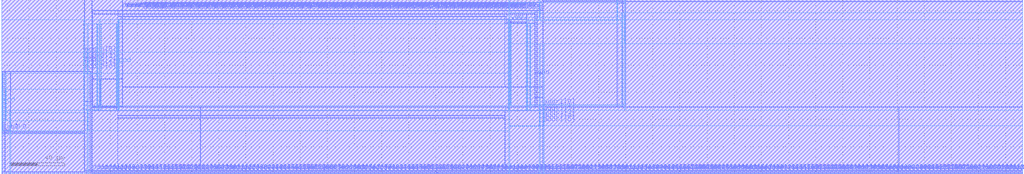
<source format=lef>
VERSION 5.4 ;
NAMESCASESENSITIVE ON ;
BUSBITCHARS "[]" ;
DIVIDERCHAR "/" ;
UNITS
  DATABASE MICRONS 2000 ;
END UNITS
MACRO freepdk45_sram_1w1r_40x240
   CLASS BLOCK ;
   SIZE 752.775 BY 128.2725 ;
   SYMMETRY X Y R90 ;
   PIN din0[0]
      DIRECTION INPUT ;
      PORT
         LAYER metal3 ;
         RECT  66.59 1.105 66.725 1.24 ;
      END
   END din0[0]
   PIN din0[1]
      DIRECTION INPUT ;
      PORT
         LAYER metal3 ;
         RECT  69.45 1.105 69.585 1.24 ;
      END
   END din0[1]
   PIN din0[2]
      DIRECTION INPUT ;
      PORT
         LAYER metal3 ;
         RECT  72.31 1.105 72.445 1.24 ;
      END
   END din0[2]
   PIN din0[3]
      DIRECTION INPUT ;
      PORT
         LAYER metal3 ;
         RECT  75.17 1.105 75.305 1.24 ;
      END
   END din0[3]
   PIN din0[4]
      DIRECTION INPUT ;
      PORT
         LAYER metal3 ;
         RECT  78.03 1.105 78.165 1.24 ;
      END
   END din0[4]
   PIN din0[5]
      DIRECTION INPUT ;
      PORT
         LAYER metal3 ;
         RECT  80.89 1.105 81.025 1.24 ;
      END
   END din0[5]
   PIN din0[6]
      DIRECTION INPUT ;
      PORT
         LAYER metal3 ;
         RECT  83.75 1.105 83.885 1.24 ;
      END
   END din0[6]
   PIN din0[7]
      DIRECTION INPUT ;
      PORT
         LAYER metal3 ;
         RECT  86.61 1.105 86.745 1.24 ;
      END
   END din0[7]
   PIN din0[8]
      DIRECTION INPUT ;
      PORT
         LAYER metal3 ;
         RECT  89.47 1.105 89.605 1.24 ;
      END
   END din0[8]
   PIN din0[9]
      DIRECTION INPUT ;
      PORT
         LAYER metal3 ;
         RECT  92.33 1.105 92.465 1.24 ;
      END
   END din0[9]
   PIN din0[10]
      DIRECTION INPUT ;
      PORT
         LAYER metal3 ;
         RECT  95.19 1.105 95.325 1.24 ;
      END
   END din0[10]
   PIN din0[11]
      DIRECTION INPUT ;
      PORT
         LAYER metal3 ;
         RECT  98.05 1.105 98.185 1.24 ;
      END
   END din0[11]
   PIN din0[12]
      DIRECTION INPUT ;
      PORT
         LAYER metal3 ;
         RECT  100.91 1.105 101.045 1.24 ;
      END
   END din0[12]
   PIN din0[13]
      DIRECTION INPUT ;
      PORT
         LAYER metal3 ;
         RECT  103.77 1.105 103.905 1.24 ;
      END
   END din0[13]
   PIN din0[14]
      DIRECTION INPUT ;
      PORT
         LAYER metal3 ;
         RECT  106.63 1.105 106.765 1.24 ;
      END
   END din0[14]
   PIN din0[15]
      DIRECTION INPUT ;
      PORT
         LAYER metal3 ;
         RECT  109.49 1.105 109.625 1.24 ;
      END
   END din0[15]
   PIN din0[16]
      DIRECTION INPUT ;
      PORT
         LAYER metal3 ;
         RECT  112.35 1.105 112.485 1.24 ;
      END
   END din0[16]
   PIN din0[17]
      DIRECTION INPUT ;
      PORT
         LAYER metal3 ;
         RECT  115.21 1.105 115.345 1.24 ;
      END
   END din0[17]
   PIN din0[18]
      DIRECTION INPUT ;
      PORT
         LAYER metal3 ;
         RECT  118.07 1.105 118.205 1.24 ;
      END
   END din0[18]
   PIN din0[19]
      DIRECTION INPUT ;
      PORT
         LAYER metal3 ;
         RECT  120.93 1.105 121.065 1.24 ;
      END
   END din0[19]
   PIN din0[20]
      DIRECTION INPUT ;
      PORT
         LAYER metal3 ;
         RECT  123.79 1.105 123.925 1.24 ;
      END
   END din0[20]
   PIN din0[21]
      DIRECTION INPUT ;
      PORT
         LAYER metal3 ;
         RECT  126.65 1.105 126.785 1.24 ;
      END
   END din0[21]
   PIN din0[22]
      DIRECTION INPUT ;
      PORT
         LAYER metal3 ;
         RECT  129.51 1.105 129.645 1.24 ;
      END
   END din0[22]
   PIN din0[23]
      DIRECTION INPUT ;
      PORT
         LAYER metal3 ;
         RECT  132.37 1.105 132.505 1.24 ;
      END
   END din0[23]
   PIN din0[24]
      DIRECTION INPUT ;
      PORT
         LAYER metal3 ;
         RECT  135.23 1.105 135.365 1.24 ;
      END
   END din0[24]
   PIN din0[25]
      DIRECTION INPUT ;
      PORT
         LAYER metal3 ;
         RECT  138.09 1.105 138.225 1.24 ;
      END
   END din0[25]
   PIN din0[26]
      DIRECTION INPUT ;
      PORT
         LAYER metal3 ;
         RECT  140.95 1.105 141.085 1.24 ;
      END
   END din0[26]
   PIN din0[27]
      DIRECTION INPUT ;
      PORT
         LAYER metal3 ;
         RECT  143.81 1.105 143.945 1.24 ;
      END
   END din0[27]
   PIN din0[28]
      DIRECTION INPUT ;
      PORT
         LAYER metal3 ;
         RECT  146.67 1.105 146.805 1.24 ;
      END
   END din0[28]
   PIN din0[29]
      DIRECTION INPUT ;
      PORT
         LAYER metal3 ;
         RECT  149.53 1.105 149.665 1.24 ;
      END
   END din0[29]
   PIN din0[30]
      DIRECTION INPUT ;
      PORT
         LAYER metal3 ;
         RECT  152.39 1.105 152.525 1.24 ;
      END
   END din0[30]
   PIN din0[31]
      DIRECTION INPUT ;
      PORT
         LAYER metal3 ;
         RECT  155.25 1.105 155.385 1.24 ;
      END
   END din0[31]
   PIN din0[32]
      DIRECTION INPUT ;
      PORT
         LAYER metal3 ;
         RECT  158.11 1.105 158.245 1.24 ;
      END
   END din0[32]
   PIN din0[33]
      DIRECTION INPUT ;
      PORT
         LAYER metal3 ;
         RECT  160.97 1.105 161.105 1.24 ;
      END
   END din0[33]
   PIN din0[34]
      DIRECTION INPUT ;
      PORT
         LAYER metal3 ;
         RECT  163.83 1.105 163.965 1.24 ;
      END
   END din0[34]
   PIN din0[35]
      DIRECTION INPUT ;
      PORT
         LAYER metal3 ;
         RECT  166.69 1.105 166.825 1.24 ;
      END
   END din0[35]
   PIN din0[36]
      DIRECTION INPUT ;
      PORT
         LAYER metal3 ;
         RECT  169.55 1.105 169.685 1.24 ;
      END
   END din0[36]
   PIN din0[37]
      DIRECTION INPUT ;
      PORT
         LAYER metal3 ;
         RECT  172.41 1.105 172.545 1.24 ;
      END
   END din0[37]
   PIN din0[38]
      DIRECTION INPUT ;
      PORT
         LAYER metal3 ;
         RECT  175.27 1.105 175.405 1.24 ;
      END
   END din0[38]
   PIN din0[39]
      DIRECTION INPUT ;
      PORT
         LAYER metal3 ;
         RECT  178.13 1.105 178.265 1.24 ;
      END
   END din0[39]
   PIN din0[40]
      DIRECTION INPUT ;
      PORT
         LAYER metal3 ;
         RECT  180.99 1.105 181.125 1.24 ;
      END
   END din0[40]
   PIN din0[41]
      DIRECTION INPUT ;
      PORT
         LAYER metal3 ;
         RECT  183.85 1.105 183.985 1.24 ;
      END
   END din0[41]
   PIN din0[42]
      DIRECTION INPUT ;
      PORT
         LAYER metal3 ;
         RECT  186.71 1.105 186.845 1.24 ;
      END
   END din0[42]
   PIN din0[43]
      DIRECTION INPUT ;
      PORT
         LAYER metal3 ;
         RECT  189.57 1.105 189.705 1.24 ;
      END
   END din0[43]
   PIN din0[44]
      DIRECTION INPUT ;
      PORT
         LAYER metal3 ;
         RECT  192.43 1.105 192.565 1.24 ;
      END
   END din0[44]
   PIN din0[45]
      DIRECTION INPUT ;
      PORT
         LAYER metal3 ;
         RECT  195.29 1.105 195.425 1.24 ;
      END
   END din0[45]
   PIN din0[46]
      DIRECTION INPUT ;
      PORT
         LAYER metal3 ;
         RECT  198.15 1.105 198.285 1.24 ;
      END
   END din0[46]
   PIN din0[47]
      DIRECTION INPUT ;
      PORT
         LAYER metal3 ;
         RECT  201.01 1.105 201.145 1.24 ;
      END
   END din0[47]
   PIN din0[48]
      DIRECTION INPUT ;
      PORT
         LAYER metal3 ;
         RECT  203.87 1.105 204.005 1.24 ;
      END
   END din0[48]
   PIN din0[49]
      DIRECTION INPUT ;
      PORT
         LAYER metal3 ;
         RECT  206.73 1.105 206.865 1.24 ;
      END
   END din0[49]
   PIN din0[50]
      DIRECTION INPUT ;
      PORT
         LAYER metal3 ;
         RECT  209.59 1.105 209.725 1.24 ;
      END
   END din0[50]
   PIN din0[51]
      DIRECTION INPUT ;
      PORT
         LAYER metal3 ;
         RECT  212.45 1.105 212.585 1.24 ;
      END
   END din0[51]
   PIN din0[52]
      DIRECTION INPUT ;
      PORT
         LAYER metal3 ;
         RECT  215.31 1.105 215.445 1.24 ;
      END
   END din0[52]
   PIN din0[53]
      DIRECTION INPUT ;
      PORT
         LAYER metal3 ;
         RECT  218.17 1.105 218.305 1.24 ;
      END
   END din0[53]
   PIN din0[54]
      DIRECTION INPUT ;
      PORT
         LAYER metal3 ;
         RECT  221.03 1.105 221.165 1.24 ;
      END
   END din0[54]
   PIN din0[55]
      DIRECTION INPUT ;
      PORT
         LAYER metal3 ;
         RECT  223.89 1.105 224.025 1.24 ;
      END
   END din0[55]
   PIN din0[56]
      DIRECTION INPUT ;
      PORT
         LAYER metal3 ;
         RECT  226.75 1.105 226.885 1.24 ;
      END
   END din0[56]
   PIN din0[57]
      DIRECTION INPUT ;
      PORT
         LAYER metal3 ;
         RECT  229.61 1.105 229.745 1.24 ;
      END
   END din0[57]
   PIN din0[58]
      DIRECTION INPUT ;
      PORT
         LAYER metal3 ;
         RECT  232.47 1.105 232.605 1.24 ;
      END
   END din0[58]
   PIN din0[59]
      DIRECTION INPUT ;
      PORT
         LAYER metal3 ;
         RECT  235.33 1.105 235.465 1.24 ;
      END
   END din0[59]
   PIN din0[60]
      DIRECTION INPUT ;
      PORT
         LAYER metal3 ;
         RECT  238.19 1.105 238.325 1.24 ;
      END
   END din0[60]
   PIN din0[61]
      DIRECTION INPUT ;
      PORT
         LAYER metal3 ;
         RECT  241.05 1.105 241.185 1.24 ;
      END
   END din0[61]
   PIN din0[62]
      DIRECTION INPUT ;
      PORT
         LAYER metal3 ;
         RECT  243.91 1.105 244.045 1.24 ;
      END
   END din0[62]
   PIN din0[63]
      DIRECTION INPUT ;
      PORT
         LAYER metal3 ;
         RECT  246.77 1.105 246.905 1.24 ;
      END
   END din0[63]
   PIN din0[64]
      DIRECTION INPUT ;
      PORT
         LAYER metal3 ;
         RECT  249.63 1.105 249.765 1.24 ;
      END
   END din0[64]
   PIN din0[65]
      DIRECTION INPUT ;
      PORT
         LAYER metal3 ;
         RECT  252.49 1.105 252.625 1.24 ;
      END
   END din0[65]
   PIN din0[66]
      DIRECTION INPUT ;
      PORT
         LAYER metal3 ;
         RECT  255.35 1.105 255.485 1.24 ;
      END
   END din0[66]
   PIN din0[67]
      DIRECTION INPUT ;
      PORT
         LAYER metal3 ;
         RECT  258.21 1.105 258.345 1.24 ;
      END
   END din0[67]
   PIN din0[68]
      DIRECTION INPUT ;
      PORT
         LAYER metal3 ;
         RECT  261.07 1.105 261.205 1.24 ;
      END
   END din0[68]
   PIN din0[69]
      DIRECTION INPUT ;
      PORT
         LAYER metal3 ;
         RECT  263.93 1.105 264.065 1.24 ;
      END
   END din0[69]
   PIN din0[70]
      DIRECTION INPUT ;
      PORT
         LAYER metal3 ;
         RECT  266.79 1.105 266.925 1.24 ;
      END
   END din0[70]
   PIN din0[71]
      DIRECTION INPUT ;
      PORT
         LAYER metal3 ;
         RECT  269.65 1.105 269.785 1.24 ;
      END
   END din0[71]
   PIN din0[72]
      DIRECTION INPUT ;
      PORT
         LAYER metal3 ;
         RECT  272.51 1.105 272.645 1.24 ;
      END
   END din0[72]
   PIN din0[73]
      DIRECTION INPUT ;
      PORT
         LAYER metal3 ;
         RECT  275.37 1.105 275.505 1.24 ;
      END
   END din0[73]
   PIN din0[74]
      DIRECTION INPUT ;
      PORT
         LAYER metal3 ;
         RECT  278.23 1.105 278.365 1.24 ;
      END
   END din0[74]
   PIN din0[75]
      DIRECTION INPUT ;
      PORT
         LAYER metal3 ;
         RECT  281.09 1.105 281.225 1.24 ;
      END
   END din0[75]
   PIN din0[76]
      DIRECTION INPUT ;
      PORT
         LAYER metal3 ;
         RECT  283.95 1.105 284.085 1.24 ;
      END
   END din0[76]
   PIN din0[77]
      DIRECTION INPUT ;
      PORT
         LAYER metal3 ;
         RECT  286.81 1.105 286.945 1.24 ;
      END
   END din0[77]
   PIN din0[78]
      DIRECTION INPUT ;
      PORT
         LAYER metal3 ;
         RECT  289.67 1.105 289.805 1.24 ;
      END
   END din0[78]
   PIN din0[79]
      DIRECTION INPUT ;
      PORT
         LAYER metal3 ;
         RECT  292.53 1.105 292.665 1.24 ;
      END
   END din0[79]
   PIN din0[80]
      DIRECTION INPUT ;
      PORT
         LAYER metal3 ;
         RECT  295.39 1.105 295.525 1.24 ;
      END
   END din0[80]
   PIN din0[81]
      DIRECTION INPUT ;
      PORT
         LAYER metal3 ;
         RECT  298.25 1.105 298.385 1.24 ;
      END
   END din0[81]
   PIN din0[82]
      DIRECTION INPUT ;
      PORT
         LAYER metal3 ;
         RECT  301.11 1.105 301.245 1.24 ;
      END
   END din0[82]
   PIN din0[83]
      DIRECTION INPUT ;
      PORT
         LAYER metal3 ;
         RECT  303.97 1.105 304.105 1.24 ;
      END
   END din0[83]
   PIN din0[84]
      DIRECTION INPUT ;
      PORT
         LAYER metal3 ;
         RECT  306.83 1.105 306.965 1.24 ;
      END
   END din0[84]
   PIN din0[85]
      DIRECTION INPUT ;
      PORT
         LAYER metal3 ;
         RECT  309.69 1.105 309.825 1.24 ;
      END
   END din0[85]
   PIN din0[86]
      DIRECTION INPUT ;
      PORT
         LAYER metal3 ;
         RECT  312.55 1.105 312.685 1.24 ;
      END
   END din0[86]
   PIN din0[87]
      DIRECTION INPUT ;
      PORT
         LAYER metal3 ;
         RECT  315.41 1.105 315.545 1.24 ;
      END
   END din0[87]
   PIN din0[88]
      DIRECTION INPUT ;
      PORT
         LAYER metal3 ;
         RECT  318.27 1.105 318.405 1.24 ;
      END
   END din0[88]
   PIN din0[89]
      DIRECTION INPUT ;
      PORT
         LAYER metal3 ;
         RECT  321.13 1.105 321.265 1.24 ;
      END
   END din0[89]
   PIN din0[90]
      DIRECTION INPUT ;
      PORT
         LAYER metal3 ;
         RECT  323.99 1.105 324.125 1.24 ;
      END
   END din0[90]
   PIN din0[91]
      DIRECTION INPUT ;
      PORT
         LAYER metal3 ;
         RECT  326.85 1.105 326.985 1.24 ;
      END
   END din0[91]
   PIN din0[92]
      DIRECTION INPUT ;
      PORT
         LAYER metal3 ;
         RECT  329.71 1.105 329.845 1.24 ;
      END
   END din0[92]
   PIN din0[93]
      DIRECTION INPUT ;
      PORT
         LAYER metal3 ;
         RECT  332.57 1.105 332.705 1.24 ;
      END
   END din0[93]
   PIN din0[94]
      DIRECTION INPUT ;
      PORT
         LAYER metal3 ;
         RECT  335.43 1.105 335.565 1.24 ;
      END
   END din0[94]
   PIN din0[95]
      DIRECTION INPUT ;
      PORT
         LAYER metal3 ;
         RECT  338.29 1.105 338.425 1.24 ;
      END
   END din0[95]
   PIN din0[96]
      DIRECTION INPUT ;
      PORT
         LAYER metal3 ;
         RECT  341.15 1.105 341.285 1.24 ;
      END
   END din0[96]
   PIN din0[97]
      DIRECTION INPUT ;
      PORT
         LAYER metal3 ;
         RECT  344.01 1.105 344.145 1.24 ;
      END
   END din0[97]
   PIN din0[98]
      DIRECTION INPUT ;
      PORT
         LAYER metal3 ;
         RECT  346.87 1.105 347.005 1.24 ;
      END
   END din0[98]
   PIN din0[99]
      DIRECTION INPUT ;
      PORT
         LAYER metal3 ;
         RECT  349.73 1.105 349.865 1.24 ;
      END
   END din0[99]
   PIN din0[100]
      DIRECTION INPUT ;
      PORT
         LAYER metal3 ;
         RECT  352.59 1.105 352.725 1.24 ;
      END
   END din0[100]
   PIN din0[101]
      DIRECTION INPUT ;
      PORT
         LAYER metal3 ;
         RECT  355.45 1.105 355.585 1.24 ;
      END
   END din0[101]
   PIN din0[102]
      DIRECTION INPUT ;
      PORT
         LAYER metal3 ;
         RECT  358.31 1.105 358.445 1.24 ;
      END
   END din0[102]
   PIN din0[103]
      DIRECTION INPUT ;
      PORT
         LAYER metal3 ;
         RECT  361.17 1.105 361.305 1.24 ;
      END
   END din0[103]
   PIN din0[104]
      DIRECTION INPUT ;
      PORT
         LAYER metal3 ;
         RECT  364.03 1.105 364.165 1.24 ;
      END
   END din0[104]
   PIN din0[105]
      DIRECTION INPUT ;
      PORT
         LAYER metal3 ;
         RECT  366.89 1.105 367.025 1.24 ;
      END
   END din0[105]
   PIN din0[106]
      DIRECTION INPUT ;
      PORT
         LAYER metal3 ;
         RECT  369.75 1.105 369.885 1.24 ;
      END
   END din0[106]
   PIN din0[107]
      DIRECTION INPUT ;
      PORT
         LAYER metal3 ;
         RECT  372.61 1.105 372.745 1.24 ;
      END
   END din0[107]
   PIN din0[108]
      DIRECTION INPUT ;
      PORT
         LAYER metal3 ;
         RECT  375.47 1.105 375.605 1.24 ;
      END
   END din0[108]
   PIN din0[109]
      DIRECTION INPUT ;
      PORT
         LAYER metal3 ;
         RECT  378.33 1.105 378.465 1.24 ;
      END
   END din0[109]
   PIN din0[110]
      DIRECTION INPUT ;
      PORT
         LAYER metal3 ;
         RECT  381.19 1.105 381.325 1.24 ;
      END
   END din0[110]
   PIN din0[111]
      DIRECTION INPUT ;
      PORT
         LAYER metal3 ;
         RECT  384.05 1.105 384.185 1.24 ;
      END
   END din0[111]
   PIN din0[112]
      DIRECTION INPUT ;
      PORT
         LAYER metal3 ;
         RECT  386.91 1.105 387.045 1.24 ;
      END
   END din0[112]
   PIN din0[113]
      DIRECTION INPUT ;
      PORT
         LAYER metal3 ;
         RECT  389.77 1.105 389.905 1.24 ;
      END
   END din0[113]
   PIN din0[114]
      DIRECTION INPUT ;
      PORT
         LAYER metal3 ;
         RECT  392.63 1.105 392.765 1.24 ;
      END
   END din0[114]
   PIN din0[115]
      DIRECTION INPUT ;
      PORT
         LAYER metal3 ;
         RECT  395.49 1.105 395.625 1.24 ;
      END
   END din0[115]
   PIN din0[116]
      DIRECTION INPUT ;
      PORT
         LAYER metal3 ;
         RECT  398.35 1.105 398.485 1.24 ;
      END
   END din0[116]
   PIN din0[117]
      DIRECTION INPUT ;
      PORT
         LAYER metal3 ;
         RECT  401.21 1.105 401.345 1.24 ;
      END
   END din0[117]
   PIN din0[118]
      DIRECTION INPUT ;
      PORT
         LAYER metal3 ;
         RECT  404.07 1.105 404.205 1.24 ;
      END
   END din0[118]
   PIN din0[119]
      DIRECTION INPUT ;
      PORT
         LAYER metal3 ;
         RECT  406.93 1.105 407.065 1.24 ;
      END
   END din0[119]
   PIN din0[120]
      DIRECTION INPUT ;
      PORT
         LAYER metal3 ;
         RECT  409.79 1.105 409.925 1.24 ;
      END
   END din0[120]
   PIN din0[121]
      DIRECTION INPUT ;
      PORT
         LAYER metal3 ;
         RECT  412.65 1.105 412.785 1.24 ;
      END
   END din0[121]
   PIN din0[122]
      DIRECTION INPUT ;
      PORT
         LAYER metal3 ;
         RECT  415.51 1.105 415.645 1.24 ;
      END
   END din0[122]
   PIN din0[123]
      DIRECTION INPUT ;
      PORT
         LAYER metal3 ;
         RECT  418.37 1.105 418.505 1.24 ;
      END
   END din0[123]
   PIN din0[124]
      DIRECTION INPUT ;
      PORT
         LAYER metal3 ;
         RECT  421.23 1.105 421.365 1.24 ;
      END
   END din0[124]
   PIN din0[125]
      DIRECTION INPUT ;
      PORT
         LAYER metal3 ;
         RECT  424.09 1.105 424.225 1.24 ;
      END
   END din0[125]
   PIN din0[126]
      DIRECTION INPUT ;
      PORT
         LAYER metal3 ;
         RECT  426.95 1.105 427.085 1.24 ;
      END
   END din0[126]
   PIN din0[127]
      DIRECTION INPUT ;
      PORT
         LAYER metal3 ;
         RECT  429.81 1.105 429.945 1.24 ;
      END
   END din0[127]
   PIN din0[128]
      DIRECTION INPUT ;
      PORT
         LAYER metal3 ;
         RECT  432.67 1.105 432.805 1.24 ;
      END
   END din0[128]
   PIN din0[129]
      DIRECTION INPUT ;
      PORT
         LAYER metal3 ;
         RECT  435.53 1.105 435.665 1.24 ;
      END
   END din0[129]
   PIN din0[130]
      DIRECTION INPUT ;
      PORT
         LAYER metal3 ;
         RECT  438.39 1.105 438.525 1.24 ;
      END
   END din0[130]
   PIN din0[131]
      DIRECTION INPUT ;
      PORT
         LAYER metal3 ;
         RECT  441.25 1.105 441.385 1.24 ;
      END
   END din0[131]
   PIN din0[132]
      DIRECTION INPUT ;
      PORT
         LAYER metal3 ;
         RECT  444.11 1.105 444.245 1.24 ;
      END
   END din0[132]
   PIN din0[133]
      DIRECTION INPUT ;
      PORT
         LAYER metal3 ;
         RECT  446.97 1.105 447.105 1.24 ;
      END
   END din0[133]
   PIN din0[134]
      DIRECTION INPUT ;
      PORT
         LAYER metal3 ;
         RECT  449.83 1.105 449.965 1.24 ;
      END
   END din0[134]
   PIN din0[135]
      DIRECTION INPUT ;
      PORT
         LAYER metal3 ;
         RECT  452.69 1.105 452.825 1.24 ;
      END
   END din0[135]
   PIN din0[136]
      DIRECTION INPUT ;
      PORT
         LAYER metal3 ;
         RECT  455.55 1.105 455.685 1.24 ;
      END
   END din0[136]
   PIN din0[137]
      DIRECTION INPUT ;
      PORT
         LAYER metal3 ;
         RECT  458.41 1.105 458.545 1.24 ;
      END
   END din0[137]
   PIN din0[138]
      DIRECTION INPUT ;
      PORT
         LAYER metal3 ;
         RECT  461.27 1.105 461.405 1.24 ;
      END
   END din0[138]
   PIN din0[139]
      DIRECTION INPUT ;
      PORT
         LAYER metal3 ;
         RECT  464.13 1.105 464.265 1.24 ;
      END
   END din0[139]
   PIN din0[140]
      DIRECTION INPUT ;
      PORT
         LAYER metal3 ;
         RECT  466.99 1.105 467.125 1.24 ;
      END
   END din0[140]
   PIN din0[141]
      DIRECTION INPUT ;
      PORT
         LAYER metal3 ;
         RECT  469.85 1.105 469.985 1.24 ;
      END
   END din0[141]
   PIN din0[142]
      DIRECTION INPUT ;
      PORT
         LAYER metal3 ;
         RECT  472.71 1.105 472.845 1.24 ;
      END
   END din0[142]
   PIN din0[143]
      DIRECTION INPUT ;
      PORT
         LAYER metal3 ;
         RECT  475.57 1.105 475.705 1.24 ;
      END
   END din0[143]
   PIN din0[144]
      DIRECTION INPUT ;
      PORT
         LAYER metal3 ;
         RECT  478.43 1.105 478.565 1.24 ;
      END
   END din0[144]
   PIN din0[145]
      DIRECTION INPUT ;
      PORT
         LAYER metal3 ;
         RECT  481.29 1.105 481.425 1.24 ;
      END
   END din0[145]
   PIN din0[146]
      DIRECTION INPUT ;
      PORT
         LAYER metal3 ;
         RECT  484.15 1.105 484.285 1.24 ;
      END
   END din0[146]
   PIN din0[147]
      DIRECTION INPUT ;
      PORT
         LAYER metal3 ;
         RECT  487.01 1.105 487.145 1.24 ;
      END
   END din0[147]
   PIN din0[148]
      DIRECTION INPUT ;
      PORT
         LAYER metal3 ;
         RECT  489.87 1.105 490.005 1.24 ;
      END
   END din0[148]
   PIN din0[149]
      DIRECTION INPUT ;
      PORT
         LAYER metal3 ;
         RECT  492.73 1.105 492.865 1.24 ;
      END
   END din0[149]
   PIN din0[150]
      DIRECTION INPUT ;
      PORT
         LAYER metal3 ;
         RECT  495.59 1.105 495.725 1.24 ;
      END
   END din0[150]
   PIN din0[151]
      DIRECTION INPUT ;
      PORT
         LAYER metal3 ;
         RECT  498.45 1.105 498.585 1.24 ;
      END
   END din0[151]
   PIN din0[152]
      DIRECTION INPUT ;
      PORT
         LAYER metal3 ;
         RECT  501.31 1.105 501.445 1.24 ;
      END
   END din0[152]
   PIN din0[153]
      DIRECTION INPUT ;
      PORT
         LAYER metal3 ;
         RECT  504.17 1.105 504.305 1.24 ;
      END
   END din0[153]
   PIN din0[154]
      DIRECTION INPUT ;
      PORT
         LAYER metal3 ;
         RECT  507.03 1.105 507.165 1.24 ;
      END
   END din0[154]
   PIN din0[155]
      DIRECTION INPUT ;
      PORT
         LAYER metal3 ;
         RECT  509.89 1.105 510.025 1.24 ;
      END
   END din0[155]
   PIN din0[156]
      DIRECTION INPUT ;
      PORT
         LAYER metal3 ;
         RECT  512.75 1.105 512.885 1.24 ;
      END
   END din0[156]
   PIN din0[157]
      DIRECTION INPUT ;
      PORT
         LAYER metal3 ;
         RECT  515.61 1.105 515.745 1.24 ;
      END
   END din0[157]
   PIN din0[158]
      DIRECTION INPUT ;
      PORT
         LAYER metal3 ;
         RECT  518.47 1.105 518.605 1.24 ;
      END
   END din0[158]
   PIN din0[159]
      DIRECTION INPUT ;
      PORT
         LAYER metal3 ;
         RECT  521.33 1.105 521.465 1.24 ;
      END
   END din0[159]
   PIN din0[160]
      DIRECTION INPUT ;
      PORT
         LAYER metal3 ;
         RECT  524.19 1.105 524.325 1.24 ;
      END
   END din0[160]
   PIN din0[161]
      DIRECTION INPUT ;
      PORT
         LAYER metal3 ;
         RECT  527.05 1.105 527.185 1.24 ;
      END
   END din0[161]
   PIN din0[162]
      DIRECTION INPUT ;
      PORT
         LAYER metal3 ;
         RECT  529.91 1.105 530.045 1.24 ;
      END
   END din0[162]
   PIN din0[163]
      DIRECTION INPUT ;
      PORT
         LAYER metal3 ;
         RECT  532.77 1.105 532.905 1.24 ;
      END
   END din0[163]
   PIN din0[164]
      DIRECTION INPUT ;
      PORT
         LAYER metal3 ;
         RECT  535.63 1.105 535.765 1.24 ;
      END
   END din0[164]
   PIN din0[165]
      DIRECTION INPUT ;
      PORT
         LAYER metal3 ;
         RECT  538.49 1.105 538.625 1.24 ;
      END
   END din0[165]
   PIN din0[166]
      DIRECTION INPUT ;
      PORT
         LAYER metal3 ;
         RECT  541.35 1.105 541.485 1.24 ;
      END
   END din0[166]
   PIN din0[167]
      DIRECTION INPUT ;
      PORT
         LAYER metal3 ;
         RECT  544.21 1.105 544.345 1.24 ;
      END
   END din0[167]
   PIN din0[168]
      DIRECTION INPUT ;
      PORT
         LAYER metal3 ;
         RECT  547.07 1.105 547.205 1.24 ;
      END
   END din0[168]
   PIN din0[169]
      DIRECTION INPUT ;
      PORT
         LAYER metal3 ;
         RECT  549.93 1.105 550.065 1.24 ;
      END
   END din0[169]
   PIN din0[170]
      DIRECTION INPUT ;
      PORT
         LAYER metal3 ;
         RECT  552.79 1.105 552.925 1.24 ;
      END
   END din0[170]
   PIN din0[171]
      DIRECTION INPUT ;
      PORT
         LAYER metal3 ;
         RECT  555.65 1.105 555.785 1.24 ;
      END
   END din0[171]
   PIN din0[172]
      DIRECTION INPUT ;
      PORT
         LAYER metal3 ;
         RECT  558.51 1.105 558.645 1.24 ;
      END
   END din0[172]
   PIN din0[173]
      DIRECTION INPUT ;
      PORT
         LAYER metal3 ;
         RECT  561.37 1.105 561.505 1.24 ;
      END
   END din0[173]
   PIN din0[174]
      DIRECTION INPUT ;
      PORT
         LAYER metal3 ;
         RECT  564.23 1.105 564.365 1.24 ;
      END
   END din0[174]
   PIN din0[175]
      DIRECTION INPUT ;
      PORT
         LAYER metal3 ;
         RECT  567.09 1.105 567.225 1.24 ;
      END
   END din0[175]
   PIN din0[176]
      DIRECTION INPUT ;
      PORT
         LAYER metal3 ;
         RECT  569.95 1.105 570.085 1.24 ;
      END
   END din0[176]
   PIN din0[177]
      DIRECTION INPUT ;
      PORT
         LAYER metal3 ;
         RECT  572.81 1.105 572.945 1.24 ;
      END
   END din0[177]
   PIN din0[178]
      DIRECTION INPUT ;
      PORT
         LAYER metal3 ;
         RECT  575.67 1.105 575.805 1.24 ;
      END
   END din0[178]
   PIN din0[179]
      DIRECTION INPUT ;
      PORT
         LAYER metal3 ;
         RECT  578.53 1.105 578.665 1.24 ;
      END
   END din0[179]
   PIN din0[180]
      DIRECTION INPUT ;
      PORT
         LAYER metal3 ;
         RECT  581.39 1.105 581.525 1.24 ;
      END
   END din0[180]
   PIN din0[181]
      DIRECTION INPUT ;
      PORT
         LAYER metal3 ;
         RECT  584.25 1.105 584.385 1.24 ;
      END
   END din0[181]
   PIN din0[182]
      DIRECTION INPUT ;
      PORT
         LAYER metal3 ;
         RECT  587.11 1.105 587.245 1.24 ;
      END
   END din0[182]
   PIN din0[183]
      DIRECTION INPUT ;
      PORT
         LAYER metal3 ;
         RECT  589.97 1.105 590.105 1.24 ;
      END
   END din0[183]
   PIN din0[184]
      DIRECTION INPUT ;
      PORT
         LAYER metal3 ;
         RECT  592.83 1.105 592.965 1.24 ;
      END
   END din0[184]
   PIN din0[185]
      DIRECTION INPUT ;
      PORT
         LAYER metal3 ;
         RECT  595.69 1.105 595.825 1.24 ;
      END
   END din0[185]
   PIN din0[186]
      DIRECTION INPUT ;
      PORT
         LAYER metal3 ;
         RECT  598.55 1.105 598.685 1.24 ;
      END
   END din0[186]
   PIN din0[187]
      DIRECTION INPUT ;
      PORT
         LAYER metal3 ;
         RECT  601.41 1.105 601.545 1.24 ;
      END
   END din0[187]
   PIN din0[188]
      DIRECTION INPUT ;
      PORT
         LAYER metal3 ;
         RECT  604.27 1.105 604.405 1.24 ;
      END
   END din0[188]
   PIN din0[189]
      DIRECTION INPUT ;
      PORT
         LAYER metal3 ;
         RECT  607.13 1.105 607.265 1.24 ;
      END
   END din0[189]
   PIN din0[190]
      DIRECTION INPUT ;
      PORT
         LAYER metal3 ;
         RECT  609.99 1.105 610.125 1.24 ;
      END
   END din0[190]
   PIN din0[191]
      DIRECTION INPUT ;
      PORT
         LAYER metal3 ;
         RECT  612.85 1.105 612.985 1.24 ;
      END
   END din0[191]
   PIN din0[192]
      DIRECTION INPUT ;
      PORT
         LAYER metal3 ;
         RECT  615.71 1.105 615.845 1.24 ;
      END
   END din0[192]
   PIN din0[193]
      DIRECTION INPUT ;
      PORT
         LAYER metal3 ;
         RECT  618.57 1.105 618.705 1.24 ;
      END
   END din0[193]
   PIN din0[194]
      DIRECTION INPUT ;
      PORT
         LAYER metal3 ;
         RECT  621.43 1.105 621.565 1.24 ;
      END
   END din0[194]
   PIN din0[195]
      DIRECTION INPUT ;
      PORT
         LAYER metal3 ;
         RECT  624.29 1.105 624.425 1.24 ;
      END
   END din0[195]
   PIN din0[196]
      DIRECTION INPUT ;
      PORT
         LAYER metal3 ;
         RECT  627.15 1.105 627.285 1.24 ;
      END
   END din0[196]
   PIN din0[197]
      DIRECTION INPUT ;
      PORT
         LAYER metal3 ;
         RECT  630.01 1.105 630.145 1.24 ;
      END
   END din0[197]
   PIN din0[198]
      DIRECTION INPUT ;
      PORT
         LAYER metal3 ;
         RECT  632.87 1.105 633.005 1.24 ;
      END
   END din0[198]
   PIN din0[199]
      DIRECTION INPUT ;
      PORT
         LAYER metal3 ;
         RECT  635.73 1.105 635.865 1.24 ;
      END
   END din0[199]
   PIN din0[200]
      DIRECTION INPUT ;
      PORT
         LAYER metal3 ;
         RECT  638.59 1.105 638.725 1.24 ;
      END
   END din0[200]
   PIN din0[201]
      DIRECTION INPUT ;
      PORT
         LAYER metal3 ;
         RECT  641.45 1.105 641.585 1.24 ;
      END
   END din0[201]
   PIN din0[202]
      DIRECTION INPUT ;
      PORT
         LAYER metal3 ;
         RECT  644.31 1.105 644.445 1.24 ;
      END
   END din0[202]
   PIN din0[203]
      DIRECTION INPUT ;
      PORT
         LAYER metal3 ;
         RECT  647.17 1.105 647.305 1.24 ;
      END
   END din0[203]
   PIN din0[204]
      DIRECTION INPUT ;
      PORT
         LAYER metal3 ;
         RECT  650.03 1.105 650.165 1.24 ;
      END
   END din0[204]
   PIN din0[205]
      DIRECTION INPUT ;
      PORT
         LAYER metal3 ;
         RECT  652.89 1.105 653.025 1.24 ;
      END
   END din0[205]
   PIN din0[206]
      DIRECTION INPUT ;
      PORT
         LAYER metal3 ;
         RECT  655.75 1.105 655.885 1.24 ;
      END
   END din0[206]
   PIN din0[207]
      DIRECTION INPUT ;
      PORT
         LAYER metal3 ;
         RECT  658.61 1.105 658.745 1.24 ;
      END
   END din0[207]
   PIN din0[208]
      DIRECTION INPUT ;
      PORT
         LAYER metal3 ;
         RECT  661.47 1.105 661.605 1.24 ;
      END
   END din0[208]
   PIN din0[209]
      DIRECTION INPUT ;
      PORT
         LAYER metal3 ;
         RECT  664.33 1.105 664.465 1.24 ;
      END
   END din0[209]
   PIN din0[210]
      DIRECTION INPUT ;
      PORT
         LAYER metal3 ;
         RECT  667.19 1.105 667.325 1.24 ;
      END
   END din0[210]
   PIN din0[211]
      DIRECTION INPUT ;
      PORT
         LAYER metal3 ;
         RECT  670.05 1.105 670.185 1.24 ;
      END
   END din0[211]
   PIN din0[212]
      DIRECTION INPUT ;
      PORT
         LAYER metal3 ;
         RECT  672.91 1.105 673.045 1.24 ;
      END
   END din0[212]
   PIN din0[213]
      DIRECTION INPUT ;
      PORT
         LAYER metal3 ;
         RECT  675.77 1.105 675.905 1.24 ;
      END
   END din0[213]
   PIN din0[214]
      DIRECTION INPUT ;
      PORT
         LAYER metal3 ;
         RECT  678.63 1.105 678.765 1.24 ;
      END
   END din0[214]
   PIN din0[215]
      DIRECTION INPUT ;
      PORT
         LAYER metal3 ;
         RECT  681.49 1.105 681.625 1.24 ;
      END
   END din0[215]
   PIN din0[216]
      DIRECTION INPUT ;
      PORT
         LAYER metal3 ;
         RECT  684.35 1.105 684.485 1.24 ;
      END
   END din0[216]
   PIN din0[217]
      DIRECTION INPUT ;
      PORT
         LAYER metal3 ;
         RECT  687.21 1.105 687.345 1.24 ;
      END
   END din0[217]
   PIN din0[218]
      DIRECTION INPUT ;
      PORT
         LAYER metal3 ;
         RECT  690.07 1.105 690.205 1.24 ;
      END
   END din0[218]
   PIN din0[219]
      DIRECTION INPUT ;
      PORT
         LAYER metal3 ;
         RECT  692.93 1.105 693.065 1.24 ;
      END
   END din0[219]
   PIN din0[220]
      DIRECTION INPUT ;
      PORT
         LAYER metal3 ;
         RECT  695.79 1.105 695.925 1.24 ;
      END
   END din0[220]
   PIN din0[221]
      DIRECTION INPUT ;
      PORT
         LAYER metal3 ;
         RECT  698.65 1.105 698.785 1.24 ;
      END
   END din0[221]
   PIN din0[222]
      DIRECTION INPUT ;
      PORT
         LAYER metal3 ;
         RECT  701.51 1.105 701.645 1.24 ;
      END
   END din0[222]
   PIN din0[223]
      DIRECTION INPUT ;
      PORT
         LAYER metal3 ;
         RECT  704.37 1.105 704.505 1.24 ;
      END
   END din0[223]
   PIN din0[224]
      DIRECTION INPUT ;
      PORT
         LAYER metal3 ;
         RECT  707.23 1.105 707.365 1.24 ;
      END
   END din0[224]
   PIN din0[225]
      DIRECTION INPUT ;
      PORT
         LAYER metal3 ;
         RECT  710.09 1.105 710.225 1.24 ;
      END
   END din0[225]
   PIN din0[226]
      DIRECTION INPUT ;
      PORT
         LAYER metal3 ;
         RECT  712.95 1.105 713.085 1.24 ;
      END
   END din0[226]
   PIN din0[227]
      DIRECTION INPUT ;
      PORT
         LAYER metal3 ;
         RECT  715.81 1.105 715.945 1.24 ;
      END
   END din0[227]
   PIN din0[228]
      DIRECTION INPUT ;
      PORT
         LAYER metal3 ;
         RECT  718.67 1.105 718.805 1.24 ;
      END
   END din0[228]
   PIN din0[229]
      DIRECTION INPUT ;
      PORT
         LAYER metal3 ;
         RECT  721.53 1.105 721.665 1.24 ;
      END
   END din0[229]
   PIN din0[230]
      DIRECTION INPUT ;
      PORT
         LAYER metal3 ;
         RECT  724.39 1.105 724.525 1.24 ;
      END
   END din0[230]
   PIN din0[231]
      DIRECTION INPUT ;
      PORT
         LAYER metal3 ;
         RECT  727.25 1.105 727.385 1.24 ;
      END
   END din0[231]
   PIN din0[232]
      DIRECTION INPUT ;
      PORT
         LAYER metal3 ;
         RECT  730.11 1.105 730.245 1.24 ;
      END
   END din0[232]
   PIN din0[233]
      DIRECTION INPUT ;
      PORT
         LAYER metal3 ;
         RECT  732.97 1.105 733.105 1.24 ;
      END
   END din0[233]
   PIN din0[234]
      DIRECTION INPUT ;
      PORT
         LAYER metal3 ;
         RECT  735.83 1.105 735.965 1.24 ;
      END
   END din0[234]
   PIN din0[235]
      DIRECTION INPUT ;
      PORT
         LAYER metal3 ;
         RECT  738.69 1.105 738.825 1.24 ;
      END
   END din0[235]
   PIN din0[236]
      DIRECTION INPUT ;
      PORT
         LAYER metal3 ;
         RECT  741.55 1.105 741.685 1.24 ;
      END
   END din0[236]
   PIN din0[237]
      DIRECTION INPUT ;
      PORT
         LAYER metal3 ;
         RECT  744.41 1.105 744.545 1.24 ;
      END
   END din0[237]
   PIN din0[238]
      DIRECTION INPUT ;
      PORT
         LAYER metal3 ;
         RECT  747.27 1.105 747.405 1.24 ;
      END
   END din0[238]
   PIN din0[239]
      DIRECTION INPUT ;
      PORT
         LAYER metal3 ;
         RECT  750.13 1.105 750.265 1.24 ;
      END
   END din0[239]
   PIN addr0[0]
      DIRECTION INPUT ;
      PORT
         LAYER metal3 ;
         RECT  60.87 75.34 61.005 75.475 ;
      END
   END addr0[0]
   PIN addr0[1]
      DIRECTION INPUT ;
      PORT
         LAYER metal3 ;
         RECT  60.87 78.07 61.005 78.205 ;
      END
   END addr0[1]
   PIN addr0[2]
      DIRECTION INPUT ;
      PORT
         LAYER metal3 ;
         RECT  60.87 80.28 61.005 80.415 ;
      END
   END addr0[2]
   PIN addr0[3]
      DIRECTION INPUT ;
      PORT
         LAYER metal3 ;
         RECT  60.87 83.01 61.005 83.145 ;
      END
   END addr0[3]
   PIN addr0[4]
      DIRECTION INPUT ;
      PORT
         LAYER metal3 ;
         RECT  60.87 85.22 61.005 85.355 ;
      END
   END addr0[4]
   PIN addr0[5]
      DIRECTION INPUT ;
      PORT
         LAYER metal3 ;
         RECT  60.87 87.95 61.005 88.085 ;
      END
   END addr0[5]
   PIN addr1[0]
      DIRECTION INPUT ;
      PORT
         LAYER metal3 ;
         RECT  399.05 49.21 399.185 49.345 ;
      END
   END addr1[0]
   PIN addr1[1]
      DIRECTION INPUT ;
      PORT
         LAYER metal3 ;
         RECT  399.05 46.48 399.185 46.615 ;
      END
   END addr1[1]
   PIN addr1[2]
      DIRECTION INPUT ;
      PORT
         LAYER metal3 ;
         RECT  399.05 44.27 399.185 44.405 ;
      END
   END addr1[2]
   PIN addr1[3]
      DIRECTION INPUT ;
      PORT
         LAYER metal3 ;
         RECT  399.05 41.54 399.185 41.675 ;
      END
   END addr1[3]
   PIN addr1[4]
      DIRECTION INPUT ;
      PORT
         LAYER metal3 ;
         RECT  399.05 39.33 399.185 39.465 ;
      END
   END addr1[4]
   PIN addr1[5]
      DIRECTION INPUT ;
      PORT
         LAYER metal3 ;
         RECT  399.05 36.6 399.185 36.735 ;
      END
   END addr1[5]
   PIN csb0
      DIRECTION INPUT ;
      PORT
         LAYER metal3 ;
         RECT  0.285 30.75 0.42 30.885 ;
      END
   END csb0
   PIN csb1
      DIRECTION INPUT ;
      PORT
         LAYER metal3 ;
         RECT  459.775 127.03 459.91 127.165 ;
      END
   END csb1
   PIN clk0
      DIRECTION INPUT ;
      PORT
         LAYER metal3 ;
         RECT  6.2475 30.835 6.3825 30.97 ;
      END
   END clk0
   PIN clk1
      DIRECTION INPUT ;
      PORT
         LAYER metal3 ;
         RECT  453.6725 126.945 453.8075 127.08 ;
      END
   END clk1
   PIN dout1[0]
      DIRECTION OUTPUT ;
      PORT
         LAYER metal3 ;
         RECT  88.8975 120.3225 89.0325 120.4575 ;
      END
   END dout1[0]
   PIN dout1[1]
      DIRECTION OUTPUT ;
      PORT
         LAYER metal3 ;
         RECT  90.0725 120.3225 90.2075 120.4575 ;
      END
   END dout1[1]
   PIN dout1[2]
      DIRECTION OUTPUT ;
      PORT
         LAYER metal3 ;
         RECT  91.2475 120.3225 91.3825 120.4575 ;
      END
   END dout1[2]
   PIN dout1[3]
      DIRECTION OUTPUT ;
      PORT
         LAYER metal3 ;
         RECT  92.4225 120.3225 92.5575 120.4575 ;
      END
   END dout1[3]
   PIN dout1[4]
      DIRECTION OUTPUT ;
      PORT
         LAYER metal3 ;
         RECT  93.5975 120.3225 93.7325 120.4575 ;
      END
   END dout1[4]
   PIN dout1[5]
      DIRECTION OUTPUT ;
      PORT
         LAYER metal3 ;
         RECT  94.7725 120.3225 94.9075 120.4575 ;
      END
   END dout1[5]
   PIN dout1[6]
      DIRECTION OUTPUT ;
      PORT
         LAYER metal3 ;
         RECT  95.9475 120.3225 96.0825 120.4575 ;
      END
   END dout1[6]
   PIN dout1[7]
      DIRECTION OUTPUT ;
      PORT
         LAYER metal3 ;
         RECT  97.1225 120.3225 97.2575 120.4575 ;
      END
   END dout1[7]
   PIN dout1[8]
      DIRECTION OUTPUT ;
      PORT
         LAYER metal3 ;
         RECT  98.2975 120.3225 98.4325 120.4575 ;
      END
   END dout1[8]
   PIN dout1[9]
      DIRECTION OUTPUT ;
      PORT
         LAYER metal3 ;
         RECT  99.4725 120.3225 99.6075 120.4575 ;
      END
   END dout1[9]
   PIN dout1[10]
      DIRECTION OUTPUT ;
      PORT
         LAYER metal3 ;
         RECT  100.6475 120.3225 100.7825 120.4575 ;
      END
   END dout1[10]
   PIN dout1[11]
      DIRECTION OUTPUT ;
      PORT
         LAYER metal3 ;
         RECT  101.8225 120.3225 101.9575 120.4575 ;
      END
   END dout1[11]
   PIN dout1[12]
      DIRECTION OUTPUT ;
      PORT
         LAYER metal3 ;
         RECT  102.9975 120.3225 103.1325 120.4575 ;
      END
   END dout1[12]
   PIN dout1[13]
      DIRECTION OUTPUT ;
      PORT
         LAYER metal3 ;
         RECT  104.1725 120.3225 104.3075 120.4575 ;
      END
   END dout1[13]
   PIN dout1[14]
      DIRECTION OUTPUT ;
      PORT
         LAYER metal3 ;
         RECT  105.3475 120.3225 105.4825 120.4575 ;
      END
   END dout1[14]
   PIN dout1[15]
      DIRECTION OUTPUT ;
      PORT
         LAYER metal3 ;
         RECT  106.5225 120.3225 106.6575 120.4575 ;
      END
   END dout1[15]
   PIN dout1[16]
      DIRECTION OUTPUT ;
      PORT
         LAYER metal3 ;
         RECT  107.6975 120.3225 107.8325 120.4575 ;
      END
   END dout1[16]
   PIN dout1[17]
      DIRECTION OUTPUT ;
      PORT
         LAYER metal3 ;
         RECT  108.8725 120.3225 109.0075 120.4575 ;
      END
   END dout1[17]
   PIN dout1[18]
      DIRECTION OUTPUT ;
      PORT
         LAYER metal3 ;
         RECT  110.0475 120.3225 110.1825 120.4575 ;
      END
   END dout1[18]
   PIN dout1[19]
      DIRECTION OUTPUT ;
      PORT
         LAYER metal3 ;
         RECT  111.2225 120.3225 111.3575 120.4575 ;
      END
   END dout1[19]
   PIN dout1[20]
      DIRECTION OUTPUT ;
      PORT
         LAYER metal3 ;
         RECT  112.3975 120.3225 112.5325 120.4575 ;
      END
   END dout1[20]
   PIN dout1[21]
      DIRECTION OUTPUT ;
      PORT
         LAYER metal3 ;
         RECT  113.5725 120.3225 113.7075 120.4575 ;
      END
   END dout1[21]
   PIN dout1[22]
      DIRECTION OUTPUT ;
      PORT
         LAYER metal3 ;
         RECT  114.7475 120.3225 114.8825 120.4575 ;
      END
   END dout1[22]
   PIN dout1[23]
      DIRECTION OUTPUT ;
      PORT
         LAYER metal3 ;
         RECT  115.9225 120.3225 116.0575 120.4575 ;
      END
   END dout1[23]
   PIN dout1[24]
      DIRECTION OUTPUT ;
      PORT
         LAYER metal3 ;
         RECT  117.0975 120.3225 117.2325 120.4575 ;
      END
   END dout1[24]
   PIN dout1[25]
      DIRECTION OUTPUT ;
      PORT
         LAYER metal3 ;
         RECT  118.2725 120.3225 118.4075 120.4575 ;
      END
   END dout1[25]
   PIN dout1[26]
      DIRECTION OUTPUT ;
      PORT
         LAYER metal3 ;
         RECT  119.4475 120.3225 119.5825 120.4575 ;
      END
   END dout1[26]
   PIN dout1[27]
      DIRECTION OUTPUT ;
      PORT
         LAYER metal3 ;
         RECT  120.6225 120.3225 120.7575 120.4575 ;
      END
   END dout1[27]
   PIN dout1[28]
      DIRECTION OUTPUT ;
      PORT
         LAYER metal3 ;
         RECT  121.7975 120.3225 121.9325 120.4575 ;
      END
   END dout1[28]
   PIN dout1[29]
      DIRECTION OUTPUT ;
      PORT
         LAYER metal3 ;
         RECT  122.9725 120.3225 123.1075 120.4575 ;
      END
   END dout1[29]
   PIN dout1[30]
      DIRECTION OUTPUT ;
      PORT
         LAYER metal3 ;
         RECT  124.1475 120.3225 124.2825 120.4575 ;
      END
   END dout1[30]
   PIN dout1[31]
      DIRECTION OUTPUT ;
      PORT
         LAYER metal3 ;
         RECT  125.3225 120.3225 125.4575 120.4575 ;
      END
   END dout1[31]
   PIN dout1[32]
      DIRECTION OUTPUT ;
      PORT
         LAYER metal3 ;
         RECT  126.4975 120.3225 126.6325 120.4575 ;
      END
   END dout1[32]
   PIN dout1[33]
      DIRECTION OUTPUT ;
      PORT
         LAYER metal3 ;
         RECT  127.6725 120.3225 127.8075 120.4575 ;
      END
   END dout1[33]
   PIN dout1[34]
      DIRECTION OUTPUT ;
      PORT
         LAYER metal3 ;
         RECT  128.8475 120.3225 128.9825 120.4575 ;
      END
   END dout1[34]
   PIN dout1[35]
      DIRECTION OUTPUT ;
      PORT
         LAYER metal3 ;
         RECT  130.0225 120.3225 130.1575 120.4575 ;
      END
   END dout1[35]
   PIN dout1[36]
      DIRECTION OUTPUT ;
      PORT
         LAYER metal3 ;
         RECT  131.1975 120.3225 131.3325 120.4575 ;
      END
   END dout1[36]
   PIN dout1[37]
      DIRECTION OUTPUT ;
      PORT
         LAYER metal3 ;
         RECT  132.3725 120.3225 132.5075 120.4575 ;
      END
   END dout1[37]
   PIN dout1[38]
      DIRECTION OUTPUT ;
      PORT
         LAYER metal3 ;
         RECT  133.5475 120.3225 133.6825 120.4575 ;
      END
   END dout1[38]
   PIN dout1[39]
      DIRECTION OUTPUT ;
      PORT
         LAYER metal3 ;
         RECT  134.7225 120.3225 134.8575 120.4575 ;
      END
   END dout1[39]
   PIN dout1[40]
      DIRECTION OUTPUT ;
      PORT
         LAYER metal3 ;
         RECT  135.8975 120.3225 136.0325 120.4575 ;
      END
   END dout1[40]
   PIN dout1[41]
      DIRECTION OUTPUT ;
      PORT
         LAYER metal3 ;
         RECT  137.0725 120.3225 137.2075 120.4575 ;
      END
   END dout1[41]
   PIN dout1[42]
      DIRECTION OUTPUT ;
      PORT
         LAYER metal3 ;
         RECT  138.2475 120.3225 138.3825 120.4575 ;
      END
   END dout1[42]
   PIN dout1[43]
      DIRECTION OUTPUT ;
      PORT
         LAYER metal3 ;
         RECT  139.4225 120.3225 139.5575 120.4575 ;
      END
   END dout1[43]
   PIN dout1[44]
      DIRECTION OUTPUT ;
      PORT
         LAYER metal3 ;
         RECT  140.5975 120.3225 140.7325 120.4575 ;
      END
   END dout1[44]
   PIN dout1[45]
      DIRECTION OUTPUT ;
      PORT
         LAYER metal3 ;
         RECT  141.7725 120.3225 141.9075 120.4575 ;
      END
   END dout1[45]
   PIN dout1[46]
      DIRECTION OUTPUT ;
      PORT
         LAYER metal3 ;
         RECT  142.9475 120.3225 143.0825 120.4575 ;
      END
   END dout1[46]
   PIN dout1[47]
      DIRECTION OUTPUT ;
      PORT
         LAYER metal3 ;
         RECT  144.1225 120.3225 144.2575 120.4575 ;
      END
   END dout1[47]
   PIN dout1[48]
      DIRECTION OUTPUT ;
      PORT
         LAYER metal3 ;
         RECT  145.2975 120.3225 145.4325 120.4575 ;
      END
   END dout1[48]
   PIN dout1[49]
      DIRECTION OUTPUT ;
      PORT
         LAYER metal3 ;
         RECT  146.4725 120.3225 146.6075 120.4575 ;
      END
   END dout1[49]
   PIN dout1[50]
      DIRECTION OUTPUT ;
      PORT
         LAYER metal3 ;
         RECT  147.6475 120.3225 147.7825 120.4575 ;
      END
   END dout1[50]
   PIN dout1[51]
      DIRECTION OUTPUT ;
      PORT
         LAYER metal3 ;
         RECT  148.8225 120.3225 148.9575 120.4575 ;
      END
   END dout1[51]
   PIN dout1[52]
      DIRECTION OUTPUT ;
      PORT
         LAYER metal3 ;
         RECT  149.9975 120.3225 150.1325 120.4575 ;
      END
   END dout1[52]
   PIN dout1[53]
      DIRECTION OUTPUT ;
      PORT
         LAYER metal3 ;
         RECT  151.1725 120.3225 151.3075 120.4575 ;
      END
   END dout1[53]
   PIN dout1[54]
      DIRECTION OUTPUT ;
      PORT
         LAYER metal3 ;
         RECT  152.3475 120.3225 152.4825 120.4575 ;
      END
   END dout1[54]
   PIN dout1[55]
      DIRECTION OUTPUT ;
      PORT
         LAYER metal3 ;
         RECT  153.5225 120.3225 153.6575 120.4575 ;
      END
   END dout1[55]
   PIN dout1[56]
      DIRECTION OUTPUT ;
      PORT
         LAYER metal3 ;
         RECT  154.6975 120.3225 154.8325 120.4575 ;
      END
   END dout1[56]
   PIN dout1[57]
      DIRECTION OUTPUT ;
      PORT
         LAYER metal3 ;
         RECT  155.8725 120.3225 156.0075 120.4575 ;
      END
   END dout1[57]
   PIN dout1[58]
      DIRECTION OUTPUT ;
      PORT
         LAYER metal3 ;
         RECT  157.0475 120.3225 157.1825 120.4575 ;
      END
   END dout1[58]
   PIN dout1[59]
      DIRECTION OUTPUT ;
      PORT
         LAYER metal3 ;
         RECT  158.2225 120.3225 158.3575 120.4575 ;
      END
   END dout1[59]
   PIN dout1[60]
      DIRECTION OUTPUT ;
      PORT
         LAYER metal3 ;
         RECT  159.3975 120.3225 159.5325 120.4575 ;
      END
   END dout1[60]
   PIN dout1[61]
      DIRECTION OUTPUT ;
      PORT
         LAYER metal3 ;
         RECT  160.5725 120.3225 160.7075 120.4575 ;
      END
   END dout1[61]
   PIN dout1[62]
      DIRECTION OUTPUT ;
      PORT
         LAYER metal3 ;
         RECT  161.7475 120.3225 161.8825 120.4575 ;
      END
   END dout1[62]
   PIN dout1[63]
      DIRECTION OUTPUT ;
      PORT
         LAYER metal3 ;
         RECT  162.9225 120.3225 163.0575 120.4575 ;
      END
   END dout1[63]
   PIN dout1[64]
      DIRECTION OUTPUT ;
      PORT
         LAYER metal3 ;
         RECT  164.0975 120.3225 164.2325 120.4575 ;
      END
   END dout1[64]
   PIN dout1[65]
      DIRECTION OUTPUT ;
      PORT
         LAYER metal3 ;
         RECT  165.2725 120.3225 165.4075 120.4575 ;
      END
   END dout1[65]
   PIN dout1[66]
      DIRECTION OUTPUT ;
      PORT
         LAYER metal3 ;
         RECT  166.4475 120.3225 166.5825 120.4575 ;
      END
   END dout1[66]
   PIN dout1[67]
      DIRECTION OUTPUT ;
      PORT
         LAYER metal3 ;
         RECT  167.6225 120.3225 167.7575 120.4575 ;
      END
   END dout1[67]
   PIN dout1[68]
      DIRECTION OUTPUT ;
      PORT
         LAYER metal3 ;
         RECT  168.7975 120.3225 168.9325 120.4575 ;
      END
   END dout1[68]
   PIN dout1[69]
      DIRECTION OUTPUT ;
      PORT
         LAYER metal3 ;
         RECT  169.9725 120.3225 170.1075 120.4575 ;
      END
   END dout1[69]
   PIN dout1[70]
      DIRECTION OUTPUT ;
      PORT
         LAYER metal3 ;
         RECT  171.1475 120.3225 171.2825 120.4575 ;
      END
   END dout1[70]
   PIN dout1[71]
      DIRECTION OUTPUT ;
      PORT
         LAYER metal3 ;
         RECT  172.3225 120.3225 172.4575 120.4575 ;
      END
   END dout1[71]
   PIN dout1[72]
      DIRECTION OUTPUT ;
      PORT
         LAYER metal3 ;
         RECT  173.4975 120.3225 173.6325 120.4575 ;
      END
   END dout1[72]
   PIN dout1[73]
      DIRECTION OUTPUT ;
      PORT
         LAYER metal3 ;
         RECT  174.6725 120.3225 174.8075 120.4575 ;
      END
   END dout1[73]
   PIN dout1[74]
      DIRECTION OUTPUT ;
      PORT
         LAYER metal3 ;
         RECT  175.8475 120.3225 175.9825 120.4575 ;
      END
   END dout1[74]
   PIN dout1[75]
      DIRECTION OUTPUT ;
      PORT
         LAYER metal3 ;
         RECT  177.0225 120.3225 177.1575 120.4575 ;
      END
   END dout1[75]
   PIN dout1[76]
      DIRECTION OUTPUT ;
      PORT
         LAYER metal3 ;
         RECT  178.1975 120.3225 178.3325 120.4575 ;
      END
   END dout1[76]
   PIN dout1[77]
      DIRECTION OUTPUT ;
      PORT
         LAYER metal3 ;
         RECT  179.3725 120.3225 179.5075 120.4575 ;
      END
   END dout1[77]
   PIN dout1[78]
      DIRECTION OUTPUT ;
      PORT
         LAYER metal3 ;
         RECT  180.5475 120.3225 180.6825 120.4575 ;
      END
   END dout1[78]
   PIN dout1[79]
      DIRECTION OUTPUT ;
      PORT
         LAYER metal3 ;
         RECT  181.7225 120.3225 181.8575 120.4575 ;
      END
   END dout1[79]
   PIN dout1[80]
      DIRECTION OUTPUT ;
      PORT
         LAYER metal3 ;
         RECT  182.8975 120.3225 183.0325 120.4575 ;
      END
   END dout1[80]
   PIN dout1[81]
      DIRECTION OUTPUT ;
      PORT
         LAYER metal3 ;
         RECT  184.0725 120.3225 184.2075 120.4575 ;
      END
   END dout1[81]
   PIN dout1[82]
      DIRECTION OUTPUT ;
      PORT
         LAYER metal3 ;
         RECT  185.2475 120.3225 185.3825 120.4575 ;
      END
   END dout1[82]
   PIN dout1[83]
      DIRECTION OUTPUT ;
      PORT
         LAYER metal3 ;
         RECT  186.4225 120.3225 186.5575 120.4575 ;
      END
   END dout1[83]
   PIN dout1[84]
      DIRECTION OUTPUT ;
      PORT
         LAYER metal3 ;
         RECT  187.5975 120.3225 187.7325 120.4575 ;
      END
   END dout1[84]
   PIN dout1[85]
      DIRECTION OUTPUT ;
      PORT
         LAYER metal3 ;
         RECT  188.7725 120.3225 188.9075 120.4575 ;
      END
   END dout1[85]
   PIN dout1[86]
      DIRECTION OUTPUT ;
      PORT
         LAYER metal3 ;
         RECT  189.9475 120.3225 190.0825 120.4575 ;
      END
   END dout1[86]
   PIN dout1[87]
      DIRECTION OUTPUT ;
      PORT
         LAYER metal3 ;
         RECT  191.1225 120.3225 191.2575 120.4575 ;
      END
   END dout1[87]
   PIN dout1[88]
      DIRECTION OUTPUT ;
      PORT
         LAYER metal3 ;
         RECT  192.2975 120.3225 192.4325 120.4575 ;
      END
   END dout1[88]
   PIN dout1[89]
      DIRECTION OUTPUT ;
      PORT
         LAYER metal3 ;
         RECT  193.4725 120.3225 193.6075 120.4575 ;
      END
   END dout1[89]
   PIN dout1[90]
      DIRECTION OUTPUT ;
      PORT
         LAYER metal3 ;
         RECT  194.6475 120.3225 194.7825 120.4575 ;
      END
   END dout1[90]
   PIN dout1[91]
      DIRECTION OUTPUT ;
      PORT
         LAYER metal3 ;
         RECT  195.8225 120.3225 195.9575 120.4575 ;
      END
   END dout1[91]
   PIN dout1[92]
      DIRECTION OUTPUT ;
      PORT
         LAYER metal3 ;
         RECT  196.9975 120.3225 197.1325 120.4575 ;
      END
   END dout1[92]
   PIN dout1[93]
      DIRECTION OUTPUT ;
      PORT
         LAYER metal3 ;
         RECT  198.1725 120.3225 198.3075 120.4575 ;
      END
   END dout1[93]
   PIN dout1[94]
      DIRECTION OUTPUT ;
      PORT
         LAYER metal3 ;
         RECT  199.3475 120.3225 199.4825 120.4575 ;
      END
   END dout1[94]
   PIN dout1[95]
      DIRECTION OUTPUT ;
      PORT
         LAYER metal3 ;
         RECT  200.5225 120.3225 200.6575 120.4575 ;
      END
   END dout1[95]
   PIN dout1[96]
      DIRECTION OUTPUT ;
      PORT
         LAYER metal3 ;
         RECT  201.6975 120.3225 201.8325 120.4575 ;
      END
   END dout1[96]
   PIN dout1[97]
      DIRECTION OUTPUT ;
      PORT
         LAYER metal3 ;
         RECT  202.8725 120.3225 203.0075 120.4575 ;
      END
   END dout1[97]
   PIN dout1[98]
      DIRECTION OUTPUT ;
      PORT
         LAYER metal3 ;
         RECT  204.0475 120.3225 204.1825 120.4575 ;
      END
   END dout1[98]
   PIN dout1[99]
      DIRECTION OUTPUT ;
      PORT
         LAYER metal3 ;
         RECT  205.2225 120.3225 205.3575 120.4575 ;
      END
   END dout1[99]
   PIN dout1[100]
      DIRECTION OUTPUT ;
      PORT
         LAYER metal3 ;
         RECT  206.3975 120.3225 206.5325 120.4575 ;
      END
   END dout1[100]
   PIN dout1[101]
      DIRECTION OUTPUT ;
      PORT
         LAYER metal3 ;
         RECT  207.5725 120.3225 207.7075 120.4575 ;
      END
   END dout1[101]
   PIN dout1[102]
      DIRECTION OUTPUT ;
      PORT
         LAYER metal3 ;
         RECT  208.7475 120.3225 208.8825 120.4575 ;
      END
   END dout1[102]
   PIN dout1[103]
      DIRECTION OUTPUT ;
      PORT
         LAYER metal3 ;
         RECT  209.9225 120.3225 210.0575 120.4575 ;
      END
   END dout1[103]
   PIN dout1[104]
      DIRECTION OUTPUT ;
      PORT
         LAYER metal3 ;
         RECT  211.0975 120.3225 211.2325 120.4575 ;
      END
   END dout1[104]
   PIN dout1[105]
      DIRECTION OUTPUT ;
      PORT
         LAYER metal3 ;
         RECT  212.2725 120.3225 212.4075 120.4575 ;
      END
   END dout1[105]
   PIN dout1[106]
      DIRECTION OUTPUT ;
      PORT
         LAYER metal3 ;
         RECT  213.4475 120.3225 213.5825 120.4575 ;
      END
   END dout1[106]
   PIN dout1[107]
      DIRECTION OUTPUT ;
      PORT
         LAYER metal3 ;
         RECT  214.6225 120.3225 214.7575 120.4575 ;
      END
   END dout1[107]
   PIN dout1[108]
      DIRECTION OUTPUT ;
      PORT
         LAYER metal3 ;
         RECT  215.7975 120.3225 215.9325 120.4575 ;
      END
   END dout1[108]
   PIN dout1[109]
      DIRECTION OUTPUT ;
      PORT
         LAYER metal3 ;
         RECT  216.9725 120.3225 217.1075 120.4575 ;
      END
   END dout1[109]
   PIN dout1[110]
      DIRECTION OUTPUT ;
      PORT
         LAYER metal3 ;
         RECT  218.1475 120.3225 218.2825 120.4575 ;
      END
   END dout1[110]
   PIN dout1[111]
      DIRECTION OUTPUT ;
      PORT
         LAYER metal3 ;
         RECT  219.3225 120.3225 219.4575 120.4575 ;
      END
   END dout1[111]
   PIN dout1[112]
      DIRECTION OUTPUT ;
      PORT
         LAYER metal3 ;
         RECT  220.4975 120.3225 220.6325 120.4575 ;
      END
   END dout1[112]
   PIN dout1[113]
      DIRECTION OUTPUT ;
      PORT
         LAYER metal3 ;
         RECT  221.6725 120.3225 221.8075 120.4575 ;
      END
   END dout1[113]
   PIN dout1[114]
      DIRECTION OUTPUT ;
      PORT
         LAYER metal3 ;
         RECT  222.8475 120.3225 222.9825 120.4575 ;
      END
   END dout1[114]
   PIN dout1[115]
      DIRECTION OUTPUT ;
      PORT
         LAYER metal3 ;
         RECT  224.0225 120.3225 224.1575 120.4575 ;
      END
   END dout1[115]
   PIN dout1[116]
      DIRECTION OUTPUT ;
      PORT
         LAYER metal3 ;
         RECT  225.1975 120.3225 225.3325 120.4575 ;
      END
   END dout1[116]
   PIN dout1[117]
      DIRECTION OUTPUT ;
      PORT
         LAYER metal3 ;
         RECT  226.3725 120.3225 226.5075 120.4575 ;
      END
   END dout1[117]
   PIN dout1[118]
      DIRECTION OUTPUT ;
      PORT
         LAYER metal3 ;
         RECT  227.5475 120.3225 227.6825 120.4575 ;
      END
   END dout1[118]
   PIN dout1[119]
      DIRECTION OUTPUT ;
      PORT
         LAYER metal3 ;
         RECT  228.7225 120.3225 228.8575 120.4575 ;
      END
   END dout1[119]
   PIN dout1[120]
      DIRECTION OUTPUT ;
      PORT
         LAYER metal3 ;
         RECT  229.8975 120.3225 230.0325 120.4575 ;
      END
   END dout1[120]
   PIN dout1[121]
      DIRECTION OUTPUT ;
      PORT
         LAYER metal3 ;
         RECT  231.0725 120.3225 231.2075 120.4575 ;
      END
   END dout1[121]
   PIN dout1[122]
      DIRECTION OUTPUT ;
      PORT
         LAYER metal3 ;
         RECT  232.2475 120.3225 232.3825 120.4575 ;
      END
   END dout1[122]
   PIN dout1[123]
      DIRECTION OUTPUT ;
      PORT
         LAYER metal3 ;
         RECT  233.4225 120.3225 233.5575 120.4575 ;
      END
   END dout1[123]
   PIN dout1[124]
      DIRECTION OUTPUT ;
      PORT
         LAYER metal3 ;
         RECT  234.5975 120.3225 234.7325 120.4575 ;
      END
   END dout1[124]
   PIN dout1[125]
      DIRECTION OUTPUT ;
      PORT
         LAYER metal3 ;
         RECT  235.7725 120.3225 235.9075 120.4575 ;
      END
   END dout1[125]
   PIN dout1[126]
      DIRECTION OUTPUT ;
      PORT
         LAYER metal3 ;
         RECT  236.9475 120.3225 237.0825 120.4575 ;
      END
   END dout1[126]
   PIN dout1[127]
      DIRECTION OUTPUT ;
      PORT
         LAYER metal3 ;
         RECT  238.1225 120.3225 238.2575 120.4575 ;
      END
   END dout1[127]
   PIN dout1[128]
      DIRECTION OUTPUT ;
      PORT
         LAYER metal3 ;
         RECT  239.2975 120.3225 239.4325 120.4575 ;
      END
   END dout1[128]
   PIN dout1[129]
      DIRECTION OUTPUT ;
      PORT
         LAYER metal3 ;
         RECT  240.4725 120.3225 240.6075 120.4575 ;
      END
   END dout1[129]
   PIN dout1[130]
      DIRECTION OUTPUT ;
      PORT
         LAYER metal3 ;
         RECT  241.6475 120.3225 241.7825 120.4575 ;
      END
   END dout1[130]
   PIN dout1[131]
      DIRECTION OUTPUT ;
      PORT
         LAYER metal3 ;
         RECT  242.8225 120.3225 242.9575 120.4575 ;
      END
   END dout1[131]
   PIN dout1[132]
      DIRECTION OUTPUT ;
      PORT
         LAYER metal3 ;
         RECT  243.9975 120.3225 244.1325 120.4575 ;
      END
   END dout1[132]
   PIN dout1[133]
      DIRECTION OUTPUT ;
      PORT
         LAYER metal3 ;
         RECT  245.1725 120.3225 245.3075 120.4575 ;
      END
   END dout1[133]
   PIN dout1[134]
      DIRECTION OUTPUT ;
      PORT
         LAYER metal3 ;
         RECT  246.3475 120.3225 246.4825 120.4575 ;
      END
   END dout1[134]
   PIN dout1[135]
      DIRECTION OUTPUT ;
      PORT
         LAYER metal3 ;
         RECT  247.5225 120.3225 247.6575 120.4575 ;
      END
   END dout1[135]
   PIN dout1[136]
      DIRECTION OUTPUT ;
      PORT
         LAYER metal3 ;
         RECT  248.6975 120.3225 248.8325 120.4575 ;
      END
   END dout1[136]
   PIN dout1[137]
      DIRECTION OUTPUT ;
      PORT
         LAYER metal3 ;
         RECT  249.8725 120.3225 250.0075 120.4575 ;
      END
   END dout1[137]
   PIN dout1[138]
      DIRECTION OUTPUT ;
      PORT
         LAYER metal3 ;
         RECT  251.0475 120.3225 251.1825 120.4575 ;
      END
   END dout1[138]
   PIN dout1[139]
      DIRECTION OUTPUT ;
      PORT
         LAYER metal3 ;
         RECT  252.2225 120.3225 252.3575 120.4575 ;
      END
   END dout1[139]
   PIN dout1[140]
      DIRECTION OUTPUT ;
      PORT
         LAYER metal3 ;
         RECT  253.3975 120.3225 253.5325 120.4575 ;
      END
   END dout1[140]
   PIN dout1[141]
      DIRECTION OUTPUT ;
      PORT
         LAYER metal3 ;
         RECT  254.5725 120.3225 254.7075 120.4575 ;
      END
   END dout1[141]
   PIN dout1[142]
      DIRECTION OUTPUT ;
      PORT
         LAYER metal3 ;
         RECT  255.7475 120.3225 255.8825 120.4575 ;
      END
   END dout1[142]
   PIN dout1[143]
      DIRECTION OUTPUT ;
      PORT
         LAYER metal3 ;
         RECT  256.9225 120.3225 257.0575 120.4575 ;
      END
   END dout1[143]
   PIN dout1[144]
      DIRECTION OUTPUT ;
      PORT
         LAYER metal3 ;
         RECT  258.0975 120.3225 258.2325 120.4575 ;
      END
   END dout1[144]
   PIN dout1[145]
      DIRECTION OUTPUT ;
      PORT
         LAYER metal3 ;
         RECT  259.2725 120.3225 259.4075 120.4575 ;
      END
   END dout1[145]
   PIN dout1[146]
      DIRECTION OUTPUT ;
      PORT
         LAYER metal3 ;
         RECT  260.4475 120.3225 260.5825 120.4575 ;
      END
   END dout1[146]
   PIN dout1[147]
      DIRECTION OUTPUT ;
      PORT
         LAYER metal3 ;
         RECT  261.6225 120.3225 261.7575 120.4575 ;
      END
   END dout1[147]
   PIN dout1[148]
      DIRECTION OUTPUT ;
      PORT
         LAYER metal3 ;
         RECT  262.7975 120.3225 262.9325 120.4575 ;
      END
   END dout1[148]
   PIN dout1[149]
      DIRECTION OUTPUT ;
      PORT
         LAYER metal3 ;
         RECT  263.9725 120.3225 264.1075 120.4575 ;
      END
   END dout1[149]
   PIN dout1[150]
      DIRECTION OUTPUT ;
      PORT
         LAYER metal3 ;
         RECT  265.1475 120.3225 265.2825 120.4575 ;
      END
   END dout1[150]
   PIN dout1[151]
      DIRECTION OUTPUT ;
      PORT
         LAYER metal3 ;
         RECT  266.3225 120.3225 266.4575 120.4575 ;
      END
   END dout1[151]
   PIN dout1[152]
      DIRECTION OUTPUT ;
      PORT
         LAYER metal3 ;
         RECT  267.4975 120.3225 267.6325 120.4575 ;
      END
   END dout1[152]
   PIN dout1[153]
      DIRECTION OUTPUT ;
      PORT
         LAYER metal3 ;
         RECT  268.6725 120.3225 268.8075 120.4575 ;
      END
   END dout1[153]
   PIN dout1[154]
      DIRECTION OUTPUT ;
      PORT
         LAYER metal3 ;
         RECT  269.8475 120.3225 269.9825 120.4575 ;
      END
   END dout1[154]
   PIN dout1[155]
      DIRECTION OUTPUT ;
      PORT
         LAYER metal3 ;
         RECT  271.0225 120.3225 271.1575 120.4575 ;
      END
   END dout1[155]
   PIN dout1[156]
      DIRECTION OUTPUT ;
      PORT
         LAYER metal3 ;
         RECT  272.1975 120.3225 272.3325 120.4575 ;
      END
   END dout1[156]
   PIN dout1[157]
      DIRECTION OUTPUT ;
      PORT
         LAYER metal3 ;
         RECT  273.3725 120.3225 273.5075 120.4575 ;
      END
   END dout1[157]
   PIN dout1[158]
      DIRECTION OUTPUT ;
      PORT
         LAYER metal3 ;
         RECT  274.5475 120.3225 274.6825 120.4575 ;
      END
   END dout1[158]
   PIN dout1[159]
      DIRECTION OUTPUT ;
      PORT
         LAYER metal3 ;
         RECT  275.7225 120.3225 275.8575 120.4575 ;
      END
   END dout1[159]
   PIN dout1[160]
      DIRECTION OUTPUT ;
      PORT
         LAYER metal3 ;
         RECT  276.8975 120.3225 277.0325 120.4575 ;
      END
   END dout1[160]
   PIN dout1[161]
      DIRECTION OUTPUT ;
      PORT
         LAYER metal3 ;
         RECT  278.0725 120.3225 278.2075 120.4575 ;
      END
   END dout1[161]
   PIN dout1[162]
      DIRECTION OUTPUT ;
      PORT
         LAYER metal3 ;
         RECT  279.2475 120.3225 279.3825 120.4575 ;
      END
   END dout1[162]
   PIN dout1[163]
      DIRECTION OUTPUT ;
      PORT
         LAYER metal3 ;
         RECT  280.4225 120.3225 280.5575 120.4575 ;
      END
   END dout1[163]
   PIN dout1[164]
      DIRECTION OUTPUT ;
      PORT
         LAYER metal3 ;
         RECT  281.5975 120.3225 281.7325 120.4575 ;
      END
   END dout1[164]
   PIN dout1[165]
      DIRECTION OUTPUT ;
      PORT
         LAYER metal3 ;
         RECT  282.7725 120.3225 282.9075 120.4575 ;
      END
   END dout1[165]
   PIN dout1[166]
      DIRECTION OUTPUT ;
      PORT
         LAYER metal3 ;
         RECT  283.9475 120.3225 284.0825 120.4575 ;
      END
   END dout1[166]
   PIN dout1[167]
      DIRECTION OUTPUT ;
      PORT
         LAYER metal3 ;
         RECT  285.1225 120.3225 285.2575 120.4575 ;
      END
   END dout1[167]
   PIN dout1[168]
      DIRECTION OUTPUT ;
      PORT
         LAYER metal3 ;
         RECT  286.2975 120.3225 286.4325 120.4575 ;
      END
   END dout1[168]
   PIN dout1[169]
      DIRECTION OUTPUT ;
      PORT
         LAYER metal3 ;
         RECT  287.4725 120.3225 287.6075 120.4575 ;
      END
   END dout1[169]
   PIN dout1[170]
      DIRECTION OUTPUT ;
      PORT
         LAYER metal3 ;
         RECT  288.6475 120.3225 288.7825 120.4575 ;
      END
   END dout1[170]
   PIN dout1[171]
      DIRECTION OUTPUT ;
      PORT
         LAYER metal3 ;
         RECT  289.8225 120.3225 289.9575 120.4575 ;
      END
   END dout1[171]
   PIN dout1[172]
      DIRECTION OUTPUT ;
      PORT
         LAYER metal3 ;
         RECT  290.9975 120.3225 291.1325 120.4575 ;
      END
   END dout1[172]
   PIN dout1[173]
      DIRECTION OUTPUT ;
      PORT
         LAYER metal3 ;
         RECT  292.1725 120.3225 292.3075 120.4575 ;
      END
   END dout1[173]
   PIN dout1[174]
      DIRECTION OUTPUT ;
      PORT
         LAYER metal3 ;
         RECT  293.3475 120.3225 293.4825 120.4575 ;
      END
   END dout1[174]
   PIN dout1[175]
      DIRECTION OUTPUT ;
      PORT
         LAYER metal3 ;
         RECT  294.5225 120.3225 294.6575 120.4575 ;
      END
   END dout1[175]
   PIN dout1[176]
      DIRECTION OUTPUT ;
      PORT
         LAYER metal3 ;
         RECT  295.6975 120.3225 295.8325 120.4575 ;
      END
   END dout1[176]
   PIN dout1[177]
      DIRECTION OUTPUT ;
      PORT
         LAYER metal3 ;
         RECT  296.8725 120.3225 297.0075 120.4575 ;
      END
   END dout1[177]
   PIN dout1[178]
      DIRECTION OUTPUT ;
      PORT
         LAYER metal3 ;
         RECT  298.0475 120.3225 298.1825 120.4575 ;
      END
   END dout1[178]
   PIN dout1[179]
      DIRECTION OUTPUT ;
      PORT
         LAYER metal3 ;
         RECT  299.2225 120.3225 299.3575 120.4575 ;
      END
   END dout1[179]
   PIN dout1[180]
      DIRECTION OUTPUT ;
      PORT
         LAYER metal3 ;
         RECT  300.3975 120.3225 300.5325 120.4575 ;
      END
   END dout1[180]
   PIN dout1[181]
      DIRECTION OUTPUT ;
      PORT
         LAYER metal3 ;
         RECT  301.5725 120.3225 301.7075 120.4575 ;
      END
   END dout1[181]
   PIN dout1[182]
      DIRECTION OUTPUT ;
      PORT
         LAYER metal3 ;
         RECT  302.7475 120.3225 302.8825 120.4575 ;
      END
   END dout1[182]
   PIN dout1[183]
      DIRECTION OUTPUT ;
      PORT
         LAYER metal3 ;
         RECT  303.9225 120.3225 304.0575 120.4575 ;
      END
   END dout1[183]
   PIN dout1[184]
      DIRECTION OUTPUT ;
      PORT
         LAYER metal3 ;
         RECT  305.0975 120.3225 305.2325 120.4575 ;
      END
   END dout1[184]
   PIN dout1[185]
      DIRECTION OUTPUT ;
      PORT
         LAYER metal3 ;
         RECT  306.2725 120.3225 306.4075 120.4575 ;
      END
   END dout1[185]
   PIN dout1[186]
      DIRECTION OUTPUT ;
      PORT
         LAYER metal3 ;
         RECT  307.4475 120.3225 307.5825 120.4575 ;
      END
   END dout1[186]
   PIN dout1[187]
      DIRECTION OUTPUT ;
      PORT
         LAYER metal3 ;
         RECT  308.6225 120.3225 308.7575 120.4575 ;
      END
   END dout1[187]
   PIN dout1[188]
      DIRECTION OUTPUT ;
      PORT
         LAYER metal3 ;
         RECT  309.7975 120.3225 309.9325 120.4575 ;
      END
   END dout1[188]
   PIN dout1[189]
      DIRECTION OUTPUT ;
      PORT
         LAYER metal3 ;
         RECT  310.9725 120.3225 311.1075 120.4575 ;
      END
   END dout1[189]
   PIN dout1[190]
      DIRECTION OUTPUT ;
      PORT
         LAYER metal3 ;
         RECT  312.1475 120.3225 312.2825 120.4575 ;
      END
   END dout1[190]
   PIN dout1[191]
      DIRECTION OUTPUT ;
      PORT
         LAYER metal3 ;
         RECT  313.3225 120.3225 313.4575 120.4575 ;
      END
   END dout1[191]
   PIN dout1[192]
      DIRECTION OUTPUT ;
      PORT
         LAYER metal3 ;
         RECT  314.4975 120.3225 314.6325 120.4575 ;
      END
   END dout1[192]
   PIN dout1[193]
      DIRECTION OUTPUT ;
      PORT
         LAYER metal3 ;
         RECT  315.6725 120.3225 315.8075 120.4575 ;
      END
   END dout1[193]
   PIN dout1[194]
      DIRECTION OUTPUT ;
      PORT
         LAYER metal3 ;
         RECT  316.8475 120.3225 316.9825 120.4575 ;
      END
   END dout1[194]
   PIN dout1[195]
      DIRECTION OUTPUT ;
      PORT
         LAYER metal3 ;
         RECT  318.0225 120.3225 318.1575 120.4575 ;
      END
   END dout1[195]
   PIN dout1[196]
      DIRECTION OUTPUT ;
      PORT
         LAYER metal3 ;
         RECT  319.1975 120.3225 319.3325 120.4575 ;
      END
   END dout1[196]
   PIN dout1[197]
      DIRECTION OUTPUT ;
      PORT
         LAYER metal3 ;
         RECT  320.3725 120.3225 320.5075 120.4575 ;
      END
   END dout1[197]
   PIN dout1[198]
      DIRECTION OUTPUT ;
      PORT
         LAYER metal3 ;
         RECT  321.5475 120.3225 321.6825 120.4575 ;
      END
   END dout1[198]
   PIN dout1[199]
      DIRECTION OUTPUT ;
      PORT
         LAYER metal3 ;
         RECT  322.7225 120.3225 322.8575 120.4575 ;
      END
   END dout1[199]
   PIN dout1[200]
      DIRECTION OUTPUT ;
      PORT
         LAYER metal3 ;
         RECT  323.8975 120.3225 324.0325 120.4575 ;
      END
   END dout1[200]
   PIN dout1[201]
      DIRECTION OUTPUT ;
      PORT
         LAYER metal3 ;
         RECT  325.0725 120.3225 325.2075 120.4575 ;
      END
   END dout1[201]
   PIN dout1[202]
      DIRECTION OUTPUT ;
      PORT
         LAYER metal3 ;
         RECT  326.2475 120.3225 326.3825 120.4575 ;
      END
   END dout1[202]
   PIN dout1[203]
      DIRECTION OUTPUT ;
      PORT
         LAYER metal3 ;
         RECT  327.4225 120.3225 327.5575 120.4575 ;
      END
   END dout1[203]
   PIN dout1[204]
      DIRECTION OUTPUT ;
      PORT
         LAYER metal3 ;
         RECT  328.5975 120.3225 328.7325 120.4575 ;
      END
   END dout1[204]
   PIN dout1[205]
      DIRECTION OUTPUT ;
      PORT
         LAYER metal3 ;
         RECT  329.7725 120.3225 329.9075 120.4575 ;
      END
   END dout1[205]
   PIN dout1[206]
      DIRECTION OUTPUT ;
      PORT
         LAYER metal3 ;
         RECT  330.9475 120.3225 331.0825 120.4575 ;
      END
   END dout1[206]
   PIN dout1[207]
      DIRECTION OUTPUT ;
      PORT
         LAYER metal3 ;
         RECT  332.1225 120.3225 332.2575 120.4575 ;
      END
   END dout1[207]
   PIN dout1[208]
      DIRECTION OUTPUT ;
      PORT
         LAYER metal3 ;
         RECT  333.2975 120.3225 333.4325 120.4575 ;
      END
   END dout1[208]
   PIN dout1[209]
      DIRECTION OUTPUT ;
      PORT
         LAYER metal3 ;
         RECT  334.4725 120.3225 334.6075 120.4575 ;
      END
   END dout1[209]
   PIN dout1[210]
      DIRECTION OUTPUT ;
      PORT
         LAYER metal3 ;
         RECT  335.6475 120.3225 335.7825 120.4575 ;
      END
   END dout1[210]
   PIN dout1[211]
      DIRECTION OUTPUT ;
      PORT
         LAYER metal3 ;
         RECT  336.8225 120.3225 336.9575 120.4575 ;
      END
   END dout1[211]
   PIN dout1[212]
      DIRECTION OUTPUT ;
      PORT
         LAYER metal3 ;
         RECT  337.9975 120.3225 338.1325 120.4575 ;
      END
   END dout1[212]
   PIN dout1[213]
      DIRECTION OUTPUT ;
      PORT
         LAYER metal3 ;
         RECT  339.1725 120.3225 339.3075 120.4575 ;
      END
   END dout1[213]
   PIN dout1[214]
      DIRECTION OUTPUT ;
      PORT
         LAYER metal3 ;
         RECT  340.3475 120.3225 340.4825 120.4575 ;
      END
   END dout1[214]
   PIN dout1[215]
      DIRECTION OUTPUT ;
      PORT
         LAYER metal3 ;
         RECT  341.5225 120.3225 341.6575 120.4575 ;
      END
   END dout1[215]
   PIN dout1[216]
      DIRECTION OUTPUT ;
      PORT
         LAYER metal3 ;
         RECT  342.6975 120.3225 342.8325 120.4575 ;
      END
   END dout1[216]
   PIN dout1[217]
      DIRECTION OUTPUT ;
      PORT
         LAYER metal3 ;
         RECT  343.8725 120.3225 344.0075 120.4575 ;
      END
   END dout1[217]
   PIN dout1[218]
      DIRECTION OUTPUT ;
      PORT
         LAYER metal3 ;
         RECT  345.0475 120.3225 345.1825 120.4575 ;
      END
   END dout1[218]
   PIN dout1[219]
      DIRECTION OUTPUT ;
      PORT
         LAYER metal3 ;
         RECT  346.2225 120.3225 346.3575 120.4575 ;
      END
   END dout1[219]
   PIN dout1[220]
      DIRECTION OUTPUT ;
      PORT
         LAYER metal3 ;
         RECT  347.3975 120.3225 347.5325 120.4575 ;
      END
   END dout1[220]
   PIN dout1[221]
      DIRECTION OUTPUT ;
      PORT
         LAYER metal3 ;
         RECT  348.5725 120.3225 348.7075 120.4575 ;
      END
   END dout1[221]
   PIN dout1[222]
      DIRECTION OUTPUT ;
      PORT
         LAYER metal3 ;
         RECT  349.7475 120.3225 349.8825 120.4575 ;
      END
   END dout1[222]
   PIN dout1[223]
      DIRECTION OUTPUT ;
      PORT
         LAYER metal3 ;
         RECT  350.9225 120.3225 351.0575 120.4575 ;
      END
   END dout1[223]
   PIN dout1[224]
      DIRECTION OUTPUT ;
      PORT
         LAYER metal3 ;
         RECT  352.0975 120.3225 352.2325 120.4575 ;
      END
   END dout1[224]
   PIN dout1[225]
      DIRECTION OUTPUT ;
      PORT
         LAYER metal3 ;
         RECT  353.2725 120.3225 353.4075 120.4575 ;
      END
   END dout1[225]
   PIN dout1[226]
      DIRECTION OUTPUT ;
      PORT
         LAYER metal3 ;
         RECT  354.4475 120.3225 354.5825 120.4575 ;
      END
   END dout1[226]
   PIN dout1[227]
      DIRECTION OUTPUT ;
      PORT
         LAYER metal3 ;
         RECT  355.6225 120.3225 355.7575 120.4575 ;
      END
   END dout1[227]
   PIN dout1[228]
      DIRECTION OUTPUT ;
      PORT
         LAYER metal3 ;
         RECT  356.7975 120.3225 356.9325 120.4575 ;
      END
   END dout1[228]
   PIN dout1[229]
      DIRECTION OUTPUT ;
      PORT
         LAYER metal3 ;
         RECT  357.9725 120.3225 358.1075 120.4575 ;
      END
   END dout1[229]
   PIN dout1[230]
      DIRECTION OUTPUT ;
      PORT
         LAYER metal3 ;
         RECT  359.1475 120.3225 359.2825 120.4575 ;
      END
   END dout1[230]
   PIN dout1[231]
      DIRECTION OUTPUT ;
      PORT
         LAYER metal3 ;
         RECT  360.3225 120.3225 360.4575 120.4575 ;
      END
   END dout1[231]
   PIN dout1[232]
      DIRECTION OUTPUT ;
      PORT
         LAYER metal3 ;
         RECT  361.4975 120.3225 361.6325 120.4575 ;
      END
   END dout1[232]
   PIN dout1[233]
      DIRECTION OUTPUT ;
      PORT
         LAYER metal3 ;
         RECT  362.6725 120.3225 362.8075 120.4575 ;
      END
   END dout1[233]
   PIN dout1[234]
      DIRECTION OUTPUT ;
      PORT
         LAYER metal3 ;
         RECT  363.8475 120.3225 363.9825 120.4575 ;
      END
   END dout1[234]
   PIN dout1[235]
      DIRECTION OUTPUT ;
      PORT
         LAYER metal3 ;
         RECT  365.0225 120.3225 365.1575 120.4575 ;
      END
   END dout1[235]
   PIN dout1[236]
      DIRECTION OUTPUT ;
      PORT
         LAYER metal3 ;
         RECT  366.1975 120.3225 366.3325 120.4575 ;
      END
   END dout1[236]
   PIN dout1[237]
      DIRECTION OUTPUT ;
      PORT
         LAYER metal3 ;
         RECT  367.3725 120.3225 367.5075 120.4575 ;
      END
   END dout1[237]
   PIN dout1[238]
      DIRECTION OUTPUT ;
      PORT
         LAYER metal3 ;
         RECT  368.5475 120.3225 368.6825 120.4575 ;
      END
   END dout1[238]
   PIN dout1[239]
      DIRECTION OUTPUT ;
      PORT
         LAYER metal3 ;
         RECT  369.7225 120.3225 369.8575 120.4575 ;
      END
   END dout1[239]
   PIN vdd
      DIRECTION INOUT ;
      USE POWER ; 
      SHAPE ABUTMENT ; 
      PORT
         LAYER metal4 ;
         RECT  374.075 47.1425 374.215 113.1725 ;
         LAYER metal4 ;
         RECT  459.3675 96.0225 459.5075 118.425 ;
         LAYER metal3 ;
         RECT  661.1875 2.47 661.3225 2.605 ;
         LAYER metal3 ;
         RECT  66.6875 69.75 66.8225 69.885 ;
         LAYER metal3 ;
         RECT  393.0375 63.77 393.1725 63.905 ;
         LAYER metal3 ;
         RECT  638.3075 2.47 638.4425 2.605 ;
         LAYER metal3 ;
         RECT  523.9075 2.47 524.0425 2.605 ;
         LAYER metal3 ;
         RECT  146.3875 2.47 146.5225 2.605 ;
         LAYER metal4 ;
         RECT  387.48 50.3125 387.62 110.3225 ;
         LAYER metal3 ;
         RECT  66.6875 54.8 66.8225 54.935 ;
         LAYER metal3 ;
         RECT  352.3075 2.47 352.4425 2.605 ;
         LAYER metal3 ;
         RECT  501.0275 2.47 501.1625 2.605 ;
         LAYER metal3 ;
         RECT  169.2675 2.47 169.4025 2.605 ;
         LAYER metal3 ;
         RECT  393.0375 60.78 393.1725 60.915 ;
         LAYER metal3 ;
         RECT  457.635 125.665 457.77 125.8 ;
         LAYER metal3 ;
         RECT  569.6675 2.47 569.8025 2.605 ;
         LAYER metal4 ;
         RECT  396.61 115.7825 396.75 125.8025 ;
         LAYER metal3 ;
         RECT  72.86 49.6075 72.995 49.7425 ;
         LAYER metal4 ;
         RECT  60.585 74.2325 60.725 89.1925 ;
         LAYER metal3 ;
         RECT  66.6875 60.78 66.8225 60.915 ;
         LAYER metal3 ;
         RECT  112.0675 2.47 112.2025 2.605 ;
         LAYER metal3 ;
         RECT  295.1075 2.47 295.2425 2.605 ;
         LAYER metal4 ;
         RECT  72.24 50.3125 72.38 110.3225 ;
         LAYER metal3 ;
         RECT  66.3075 2.47 66.4425 2.605 ;
         LAYER metal3 ;
         RECT  512.4675 2.47 512.6025 2.605 ;
         LAYER metal3 ;
         RECT  85.7125 46.4475 370.9975 46.5175 ;
         LAYER metal3 ;
         RECT  649.7475 2.47 649.8825 2.605 ;
         LAYER metal3 ;
         RECT  489.5875 2.47 489.7225 2.605 ;
         LAYER metal3 ;
         RECT  272.2275 2.47 272.3625 2.605 ;
         LAYER metal3 ;
         RECT  393.0375 72.74 393.1725 72.875 ;
         LAYER metal3 ;
         RECT  203.5875 2.47 203.7225 2.605 ;
         LAYER metal3 ;
         RECT  85.7125 117.765 370.5275 117.835 ;
         LAYER metal3 ;
         RECT  66.6875 51.81 66.8225 51.945 ;
         LAYER metal3 ;
         RECT  592.5475 2.47 592.6825 2.605 ;
         LAYER metal3 ;
         RECT  386.6275 2.47 386.7625 2.605 ;
         LAYER metal3 ;
         RECT  466.7075 2.47 466.8425 2.605 ;
         LAYER metal3 ;
         RECT  741.2675 2.47 741.4025 2.605 ;
         LAYER metal3 ;
         RECT  85.7125 41.0125 370.5275 41.0825 ;
         LAYER metal3 ;
         RECT  626.8675 2.47 627.0025 2.605 ;
         LAYER metal4 ;
         RECT  375.155 50.3125 375.295 110.2525 ;
         LAYER metal3 ;
         RECT  157.8275 2.47 157.9625 2.605 ;
         LAYER metal3 ;
         RECT  89.1875 2.47 89.3225 2.605 ;
         LAYER metal3 ;
         RECT  393.0375 69.75 393.1725 69.885 ;
         LAYER metal3 ;
         RECT  329.4275 2.47 329.5625 2.605 ;
         LAYER metal3 ;
         RECT  535.3475 2.47 535.4825 2.605 ;
         LAYER metal3 ;
         RECT  398.0675 2.47 398.2025 2.605 ;
         LAYER metal3 ;
         RECT  134.9475 2.47 135.0825 2.605 ;
         LAYER metal3 ;
         RECT  603.9875 2.47 604.1225 2.605 ;
         LAYER metal3 ;
         RECT  386.865 110.8225 387.0 110.9575 ;
         LAYER metal3 ;
         RECT  455.2675 2.47 455.4025 2.605 ;
         LAYER metal3 ;
         RECT  478.1475 2.47 478.2825 2.605 ;
         LAYER metal3 ;
         RECT  237.9075 2.47 238.0425 2.605 ;
         LAYER metal3 ;
         RECT  249.3475 2.47 249.4825 2.605 ;
         LAYER metal3 ;
         RECT  340.8675 2.47 341.0025 2.605 ;
         LAYER metal4 ;
         RECT  63.305 32.1125 63.445 47.0725 ;
         LAYER metal3 ;
         RECT  375.1875 2.47 375.3225 2.605 ;
         LAYER metal3 ;
         RECT  260.7875 2.47 260.9225 2.605 ;
         LAYER metal4 ;
         RECT  84.565 50.3125 84.705 110.2525 ;
         LAYER metal3 ;
         RECT  432.3875 2.47 432.5225 2.605 ;
         LAYER metal3 ;
         RECT  317.9875 2.47 318.1225 2.605 ;
         LAYER metal3 ;
         RECT  226.4675 2.47 226.6025 2.605 ;
         LAYER metal3 ;
         RECT  85.7125 113.8675 372.1725 113.9375 ;
         LAYER metal3 ;
         RECT  283.6675 2.47 283.8025 2.605 ;
         LAYER metal3 ;
         RECT  684.0675 2.47 684.2025 2.605 ;
         LAYER metal3 ;
         RECT  581.1075 2.47 581.2425 2.605 ;
         LAYER metal3 ;
         RECT  729.8275 2.47 729.9625 2.605 ;
         LAYER metal3 ;
         RECT  558.2275 2.47 558.3625 2.605 ;
         LAYER metal3 ;
         RECT  615.4275 2.47 615.5625 2.605 ;
         LAYER metal3 ;
         RECT  718.3875 2.47 718.5225 2.605 ;
         LAYER metal3 ;
         RECT  2.425 32.115 2.56 32.25 ;
         LAYER metal3 ;
         RECT  66.6875 72.74 66.8225 72.875 ;
         LAYER metal3 ;
         RECT  215.0275 2.47 215.1625 2.605 ;
         LAYER metal3 ;
         RECT  77.7475 2.47 77.8825 2.605 ;
         LAYER metal3 ;
         RECT  672.6275 2.47 672.7625 2.605 ;
         LAYER metal3 ;
         RECT  306.5475 2.47 306.6825 2.605 ;
         LAYER metal3 ;
         RECT  393.0375 54.8 393.1725 54.935 ;
         LAYER metal3 ;
         RECT  100.6275 2.47 100.7625 2.605 ;
         LAYER metal3 ;
         RECT  123.5075 2.47 123.6425 2.605 ;
         LAYER metal3 ;
         RECT  695.5075 2.47 695.6425 2.605 ;
         LAYER metal3 ;
         RECT  192.1475 2.47 192.2825 2.605 ;
         LAYER metal3 ;
         RECT  420.9475 2.47 421.0825 2.605 ;
         LAYER metal3 ;
         RECT  84.5675 48.82 84.7025 48.955 ;
         LAYER metal4 ;
         RECT  85.645 47.1425 85.785 113.1725 ;
         LAYER metal3 ;
         RECT  409.5075 2.47 409.6425 2.605 ;
         LAYER metal3 ;
         RECT  443.8275 2.47 443.9625 2.605 ;
         LAYER metal3 ;
         RECT  546.7875 2.47 546.9225 2.605 ;
         LAYER metal4 ;
         RECT  399.33 35.4925 399.47 50.4525 ;
         LAYER metal4 ;
         RECT  0.6875 39.49 0.8275 61.8925 ;
         LAYER metal3 ;
         RECT  66.6875 63.77 66.8225 63.905 ;
         LAYER metal3 ;
         RECT  706.9475 2.47 707.0825 2.605 ;
         LAYER metal3 ;
         RECT  363.7475 2.47 363.8825 2.605 ;
         LAYER metal3 ;
         RECT  180.7075 2.47 180.8425 2.605 ;
         LAYER metal3 ;
         RECT  393.0375 51.81 393.1725 51.945 ;
         LAYER metal3 ;
         RECT  375.1575 111.61 375.2925 111.745 ;
      END
   END vdd
   PIN gnd
      DIRECTION INOUT ;
      USE GROUND ; 
      SHAPE ABUTMENT ; 
      PORT
         LAYER metal3 ;
         RECT  320.8475 0.0 320.9825 0.135 ;
         LAYER metal3 ;
         RECT  309.4075 0.0 309.5425 0.135 ;
         LAYER metal3 ;
         RECT  412.3675 0.0 412.5025 0.135 ;
         LAYER metal3 ;
         RECT  65.16 53.305 65.295 53.44 ;
         LAYER metal4 ;
         RECT  453.81 113.3125 453.95 128.2725 ;
         LAYER metal3 ;
         RECT  85.7125 43.0625 370.5275 43.1325 ;
         LAYER metal3 ;
         RECT  394.565 74.235 394.7 74.37 ;
         LAYER metal4 ;
         RECT  63.445 74.1675 63.585 89.2575 ;
         LAYER metal3 ;
         RECT  394.565 56.295 394.7 56.43 ;
         LAYER metal3 ;
         RECT  538.2075 0.0 538.3425 0.135 ;
         LAYER metal3 ;
         RECT  80.6075 0.0 80.7425 0.135 ;
         LAYER metal3 ;
         RECT  492.4475 0.0 492.5825 0.135 ;
         LAYER metal3 ;
         RECT  572.5275 0.0 572.6625 0.135 ;
         LAYER metal3 ;
         RECT  721.2475 0.0 721.3825 0.135 ;
         LAYER metal3 ;
         RECT  65.16 74.235 65.295 74.37 ;
         LAYER metal3 ;
         RECT  172.1275 0.0 172.2625 0.135 ;
         LAYER metal3 ;
         RECT  458.1275 0.0 458.2625 0.135 ;
         LAYER metal3 ;
         RECT  732.6875 0.0 732.8225 0.135 ;
         LAYER metal4 ;
         RECT  6.105 29.6425 6.245 44.6025 ;
         LAYER metal3 ;
         RECT  446.6875 0.0 446.8225 0.135 ;
         LAYER metal4 ;
         RECT  70.305 50.28 70.445 110.3225 ;
         LAYER metal3 ;
         RECT  217.8875 0.0 218.0225 0.135 ;
         LAYER metal3 ;
         RECT  394.565 59.285 394.7 59.42 ;
         LAYER metal3 ;
         RECT  65.16 56.295 65.295 56.43 ;
         LAYER metal3 ;
         RECT  664.0475 0.0 664.1825 0.135 ;
         LAYER metal3 ;
         RECT  423.8075 0.0 423.9425 0.135 ;
         LAYER metal3 ;
         RECT  394.565 50.315 394.7 50.45 ;
         LAYER metal4 ;
         RECT  389.415 50.28 389.555 110.3225 ;
         LAYER metal3 ;
         RECT  709.8075 0.0 709.9425 0.135 ;
         LAYER metal3 ;
         RECT  126.3675 0.0 126.5025 0.135 ;
         LAYER metal3 ;
         RECT  229.3275 0.0 229.4625 0.135 ;
         LAYER metal3 ;
         RECT  394.565 53.305 394.7 53.44 ;
         LAYER metal3 ;
         RECT  92.0475 0.0 92.1825 0.135 ;
         LAYER metal3 ;
         RECT  515.3275 0.0 515.4625 0.135 ;
         LAYER metal3 ;
         RECT  2.425 29.645 2.56 29.78 ;
         LAYER metal3 ;
         RECT  457.635 128.135 457.77 128.27 ;
         LAYER metal3 ;
         RECT  606.8475 0.0 606.9825 0.135 ;
         LAYER metal3 ;
         RECT  675.4875 0.0 675.6225 0.135 ;
         LAYER metal4 ;
         RECT  396.47 35.4275 396.61 50.5175 ;
         LAYER metal3 ;
         RECT  65.16 50.315 65.295 50.45 ;
         LAYER metal3 ;
         RECT  149.2475 0.0 149.3825 0.135 ;
         LAYER metal3 ;
         RECT  332.2875 0.0 332.4225 0.135 ;
         LAYER metal3 ;
         RECT  183.5675 0.0 183.7025 0.135 ;
         LAYER metal3 ;
         RECT  206.4475 0.0 206.5825 0.135 ;
         LAYER metal4 ;
         RECT  457.305 95.99 457.445 118.3925 ;
         LAYER metal3 ;
         RECT  595.4075 0.0 595.5425 0.135 ;
         LAYER metal3 ;
         RECT  394.565 65.265 394.7 65.4 ;
         LAYER metal3 ;
         RECT  69.1675 0.0 69.3025 0.135 ;
         LAYER metal3 ;
         RECT  275.0875 0.0 275.2225 0.135 ;
         LAYER metal3 ;
         RECT  137.8075 0.0 137.9425 0.135 ;
         LAYER metal3 ;
         RECT  503.8875 0.0 504.0225 0.135 ;
         LAYER metal3 ;
         RECT  652.6075 0.0 652.7425 0.135 ;
         LAYER metal4 ;
         RECT  386.92 50.28 387.06 110.285 ;
         LAYER metal3 ;
         RECT  394.565 68.255 394.7 68.39 ;
         LAYER metal3 ;
         RECT  698.3675 0.0 698.5025 0.135 ;
         LAYER metal4 ;
         RECT  2.75 39.5225 2.89 61.925 ;
         LAYER metal3 ;
         RECT  469.5675 0.0 469.7025 0.135 ;
         LAYER metal4 ;
         RECT  72.8 50.28 72.94 110.285 ;
         LAYER metal3 ;
         RECT  583.9675 0.0 584.1025 0.135 ;
         LAYER metal3 ;
         RECT  561.0875 0.0 561.2225 0.135 ;
         LAYER metal3 ;
         RECT  435.2475 0.0 435.3825 0.135 ;
         LAYER metal3 ;
         RECT  744.1275 0.0 744.2625 0.135 ;
         LAYER metal3 ;
         RECT  195.0075 0.0 195.1425 0.135 ;
         LAYER metal3 ;
         RECT  65.16 62.275 65.295 62.41 ;
         LAYER metal3 ;
         RECT  252.2075 0.0 252.3425 0.135 ;
         LAYER metal4 ;
         RECT  373.615 47.1425 373.755 113.1725 ;
         LAYER metal3 ;
         RECT  114.9275 0.0 115.0625 0.135 ;
         LAYER metal3 ;
         RECT  160.6875 0.0 160.8225 0.135 ;
         LAYER metal3 ;
         RECT  686.9275 0.0 687.0625 0.135 ;
         LAYER metal3 ;
         RECT  85.7125 115.8725 370.5625 115.9425 ;
         LAYER metal3 ;
         RECT  629.7275 0.0 629.8625 0.135 ;
         LAYER metal3 ;
         RECT  65.16 65.265 65.295 65.4 ;
         LAYER metal3 ;
         RECT  240.7675 0.0 240.9025 0.135 ;
         LAYER metal3 ;
         RECT  641.1675 0.0 641.3025 0.135 ;
         LAYER metal3 ;
         RECT  286.5275 0.0 286.6625 0.135 ;
         LAYER metal3 ;
         RECT  355.1675 0.0 355.3025 0.135 ;
         LAYER metal3 ;
         RECT  65.16 59.285 65.295 59.42 ;
         LAYER metal3 ;
         RECT  389.4875 0.0 389.6225 0.135 ;
         LAYER metal3 ;
         RECT  103.4875 0.0 103.6225 0.135 ;
         LAYER metal3 ;
         RECT  394.565 62.275 394.7 62.41 ;
         LAYER metal3 ;
         RECT  481.0075 0.0 481.1425 0.135 ;
         LAYER metal3 ;
         RECT  65.16 68.255 65.295 68.39 ;
         LAYER metal3 ;
         RECT  526.7675 0.0 526.9025 0.135 ;
         LAYER metal3 ;
         RECT  400.9275 0.0 401.0625 0.135 ;
         LAYER metal3 ;
         RECT  366.6075 0.0 366.7425 0.135 ;
         LAYER metal3 ;
         RECT  618.2875 0.0 618.4225 0.135 ;
         LAYER metal3 ;
         RECT  343.7275 0.0 343.8625 0.135 ;
         LAYER metal3 ;
         RECT  263.6475 0.0 263.7825 0.135 ;
         LAYER metal3 ;
         RECT  378.0475 0.0 378.1825 0.135 ;
         LAYER metal4 ;
         RECT  86.105 47.1425 86.245 113.1725 ;
         LAYER metal3 ;
         RECT  297.9675 0.0 298.1025 0.135 ;
         LAYER metal3 ;
         RECT  549.6475 0.0 549.7825 0.135 ;
         LAYER metal3 ;
         RECT  65.16 71.245 65.295 71.38 ;
         LAYER metal3 ;
         RECT  394.565 71.245 394.7 71.38 ;
      END
   END gnd
   OBS
   LAYER  metal1 ;
      RECT  0.14 0.14 752.635 128.1325 ;
   LAYER  metal2 ;
      RECT  0.14 0.14 752.635 128.1325 ;
   LAYER  metal3 ;
      RECT  0.14 0.14 66.45 0.965 ;
      RECT  0.14 0.965 66.45 1.38 ;
      RECT  66.45 0.14 66.865 0.965 ;
      RECT  66.865 0.965 69.31 1.38 ;
      RECT  69.725 0.965 72.17 1.38 ;
      RECT  72.585 0.965 75.03 1.38 ;
      RECT  75.445 0.965 77.89 1.38 ;
      RECT  78.305 0.965 80.75 1.38 ;
      RECT  81.165 0.965 83.61 1.38 ;
      RECT  84.025 0.965 86.47 1.38 ;
      RECT  86.885 0.965 89.33 1.38 ;
      RECT  89.745 0.965 92.19 1.38 ;
      RECT  92.605 0.965 95.05 1.38 ;
      RECT  95.465 0.965 97.91 1.38 ;
      RECT  98.325 0.965 100.77 1.38 ;
      RECT  101.185 0.965 103.63 1.38 ;
      RECT  104.045 0.965 106.49 1.38 ;
      RECT  106.905 0.965 109.35 1.38 ;
      RECT  109.765 0.965 112.21 1.38 ;
      RECT  112.625 0.965 115.07 1.38 ;
      RECT  115.485 0.965 117.93 1.38 ;
      RECT  118.345 0.965 120.79 1.38 ;
      RECT  121.205 0.965 123.65 1.38 ;
      RECT  124.065 0.965 126.51 1.38 ;
      RECT  126.925 0.965 129.37 1.38 ;
      RECT  129.785 0.965 132.23 1.38 ;
      RECT  132.645 0.965 135.09 1.38 ;
      RECT  135.505 0.965 137.95 1.38 ;
      RECT  138.365 0.965 140.81 1.38 ;
      RECT  141.225 0.965 143.67 1.38 ;
      RECT  144.085 0.965 146.53 1.38 ;
      RECT  146.945 0.965 149.39 1.38 ;
      RECT  149.805 0.965 152.25 1.38 ;
      RECT  152.665 0.965 155.11 1.38 ;
      RECT  155.525 0.965 157.97 1.38 ;
      RECT  158.385 0.965 160.83 1.38 ;
      RECT  161.245 0.965 163.69 1.38 ;
      RECT  164.105 0.965 166.55 1.38 ;
      RECT  166.965 0.965 169.41 1.38 ;
      RECT  169.825 0.965 172.27 1.38 ;
      RECT  172.685 0.965 175.13 1.38 ;
      RECT  175.545 0.965 177.99 1.38 ;
      RECT  178.405 0.965 180.85 1.38 ;
      RECT  181.265 0.965 183.71 1.38 ;
      RECT  184.125 0.965 186.57 1.38 ;
      RECT  186.985 0.965 189.43 1.38 ;
      RECT  189.845 0.965 192.29 1.38 ;
      RECT  192.705 0.965 195.15 1.38 ;
      RECT  195.565 0.965 198.01 1.38 ;
      RECT  198.425 0.965 200.87 1.38 ;
      RECT  201.285 0.965 203.73 1.38 ;
      RECT  204.145 0.965 206.59 1.38 ;
      RECT  207.005 0.965 209.45 1.38 ;
      RECT  209.865 0.965 212.31 1.38 ;
      RECT  212.725 0.965 215.17 1.38 ;
      RECT  215.585 0.965 218.03 1.38 ;
      RECT  218.445 0.965 220.89 1.38 ;
      RECT  221.305 0.965 223.75 1.38 ;
      RECT  224.165 0.965 226.61 1.38 ;
      RECT  227.025 0.965 229.47 1.38 ;
      RECT  229.885 0.965 232.33 1.38 ;
      RECT  232.745 0.965 235.19 1.38 ;
      RECT  235.605 0.965 238.05 1.38 ;
      RECT  238.465 0.965 240.91 1.38 ;
      RECT  241.325 0.965 243.77 1.38 ;
      RECT  244.185 0.965 246.63 1.38 ;
      RECT  247.045 0.965 249.49 1.38 ;
      RECT  249.905 0.965 252.35 1.38 ;
      RECT  252.765 0.965 255.21 1.38 ;
      RECT  255.625 0.965 258.07 1.38 ;
      RECT  258.485 0.965 260.93 1.38 ;
      RECT  261.345 0.965 263.79 1.38 ;
      RECT  264.205 0.965 266.65 1.38 ;
      RECT  267.065 0.965 269.51 1.38 ;
      RECT  269.925 0.965 272.37 1.38 ;
      RECT  272.785 0.965 275.23 1.38 ;
      RECT  275.645 0.965 278.09 1.38 ;
      RECT  278.505 0.965 280.95 1.38 ;
      RECT  281.365 0.965 283.81 1.38 ;
      RECT  284.225 0.965 286.67 1.38 ;
      RECT  287.085 0.965 289.53 1.38 ;
      RECT  289.945 0.965 292.39 1.38 ;
      RECT  292.805 0.965 295.25 1.38 ;
      RECT  295.665 0.965 298.11 1.38 ;
      RECT  298.525 0.965 300.97 1.38 ;
      RECT  301.385 0.965 303.83 1.38 ;
      RECT  304.245 0.965 306.69 1.38 ;
      RECT  307.105 0.965 309.55 1.38 ;
      RECT  309.965 0.965 312.41 1.38 ;
      RECT  312.825 0.965 315.27 1.38 ;
      RECT  315.685 0.965 318.13 1.38 ;
      RECT  318.545 0.965 320.99 1.38 ;
      RECT  321.405 0.965 323.85 1.38 ;
      RECT  324.265 0.965 326.71 1.38 ;
      RECT  327.125 0.965 329.57 1.38 ;
      RECT  329.985 0.965 332.43 1.38 ;
      RECT  332.845 0.965 335.29 1.38 ;
      RECT  335.705 0.965 338.15 1.38 ;
      RECT  338.565 0.965 341.01 1.38 ;
      RECT  341.425 0.965 343.87 1.38 ;
      RECT  344.285 0.965 346.73 1.38 ;
      RECT  347.145 0.965 349.59 1.38 ;
      RECT  350.005 0.965 352.45 1.38 ;
      RECT  352.865 0.965 355.31 1.38 ;
      RECT  355.725 0.965 358.17 1.38 ;
      RECT  358.585 0.965 361.03 1.38 ;
      RECT  361.445 0.965 363.89 1.38 ;
      RECT  364.305 0.965 366.75 1.38 ;
      RECT  367.165 0.965 369.61 1.38 ;
      RECT  370.025 0.965 372.47 1.38 ;
      RECT  372.885 0.965 375.33 1.38 ;
      RECT  375.745 0.965 378.19 1.38 ;
      RECT  378.605 0.965 381.05 1.38 ;
      RECT  381.465 0.965 383.91 1.38 ;
      RECT  384.325 0.965 386.77 1.38 ;
      RECT  387.185 0.965 389.63 1.38 ;
      RECT  390.045 0.965 392.49 1.38 ;
      RECT  392.905 0.965 395.35 1.38 ;
      RECT  395.765 0.965 398.21 1.38 ;
      RECT  398.625 0.965 401.07 1.38 ;
      RECT  401.485 0.965 403.93 1.38 ;
      RECT  404.345 0.965 406.79 1.38 ;
      RECT  407.205 0.965 409.65 1.38 ;
      RECT  410.065 0.965 412.51 1.38 ;
      RECT  412.925 0.965 415.37 1.38 ;
      RECT  415.785 0.965 418.23 1.38 ;
      RECT  418.645 0.965 421.09 1.38 ;
      RECT  421.505 0.965 423.95 1.38 ;
      RECT  424.365 0.965 426.81 1.38 ;
      RECT  427.225 0.965 429.67 1.38 ;
      RECT  430.085 0.965 432.53 1.38 ;
      RECT  432.945 0.965 435.39 1.38 ;
      RECT  435.805 0.965 438.25 1.38 ;
      RECT  438.665 0.965 441.11 1.38 ;
      RECT  441.525 0.965 443.97 1.38 ;
      RECT  444.385 0.965 446.83 1.38 ;
      RECT  447.245 0.965 449.69 1.38 ;
      RECT  450.105 0.965 452.55 1.38 ;
      RECT  452.965 0.965 455.41 1.38 ;
      RECT  455.825 0.965 458.27 1.38 ;
      RECT  458.685 0.965 461.13 1.38 ;
      RECT  461.545 0.965 463.99 1.38 ;
      RECT  464.405 0.965 466.85 1.38 ;
      RECT  467.265 0.965 469.71 1.38 ;
      RECT  470.125 0.965 472.57 1.38 ;
      RECT  472.985 0.965 475.43 1.38 ;
      RECT  475.845 0.965 478.29 1.38 ;
      RECT  478.705 0.965 481.15 1.38 ;
      RECT  481.565 0.965 484.01 1.38 ;
      RECT  484.425 0.965 486.87 1.38 ;
      RECT  487.285 0.965 489.73 1.38 ;
      RECT  490.145 0.965 492.59 1.38 ;
      RECT  493.005 0.965 495.45 1.38 ;
      RECT  495.865 0.965 498.31 1.38 ;
      RECT  498.725 0.965 501.17 1.38 ;
      RECT  501.585 0.965 504.03 1.38 ;
      RECT  504.445 0.965 506.89 1.38 ;
      RECT  507.305 0.965 509.75 1.38 ;
      RECT  510.165 0.965 512.61 1.38 ;
      RECT  513.025 0.965 515.47 1.38 ;
      RECT  515.885 0.965 518.33 1.38 ;
      RECT  518.745 0.965 521.19 1.38 ;
      RECT  521.605 0.965 524.05 1.38 ;
      RECT  524.465 0.965 526.91 1.38 ;
      RECT  527.325 0.965 529.77 1.38 ;
      RECT  530.185 0.965 532.63 1.38 ;
      RECT  533.045 0.965 535.49 1.38 ;
      RECT  535.905 0.965 538.35 1.38 ;
      RECT  538.765 0.965 541.21 1.38 ;
      RECT  541.625 0.965 544.07 1.38 ;
      RECT  544.485 0.965 546.93 1.38 ;
      RECT  547.345 0.965 549.79 1.38 ;
      RECT  550.205 0.965 552.65 1.38 ;
      RECT  553.065 0.965 555.51 1.38 ;
      RECT  555.925 0.965 558.37 1.38 ;
      RECT  558.785 0.965 561.23 1.38 ;
      RECT  561.645 0.965 564.09 1.38 ;
      RECT  564.505 0.965 566.95 1.38 ;
      RECT  567.365 0.965 569.81 1.38 ;
      RECT  570.225 0.965 572.67 1.38 ;
      RECT  573.085 0.965 575.53 1.38 ;
      RECT  575.945 0.965 578.39 1.38 ;
      RECT  578.805 0.965 581.25 1.38 ;
      RECT  581.665 0.965 584.11 1.38 ;
      RECT  584.525 0.965 586.97 1.38 ;
      RECT  587.385 0.965 589.83 1.38 ;
      RECT  590.245 0.965 592.69 1.38 ;
      RECT  593.105 0.965 595.55 1.38 ;
      RECT  595.965 0.965 598.41 1.38 ;
      RECT  598.825 0.965 601.27 1.38 ;
      RECT  601.685 0.965 604.13 1.38 ;
      RECT  604.545 0.965 606.99 1.38 ;
      RECT  607.405 0.965 609.85 1.38 ;
      RECT  610.265 0.965 612.71 1.38 ;
      RECT  613.125 0.965 615.57 1.38 ;
      RECT  615.985 0.965 618.43 1.38 ;
      RECT  618.845 0.965 621.29 1.38 ;
      RECT  621.705 0.965 624.15 1.38 ;
      RECT  624.565 0.965 627.01 1.38 ;
      RECT  627.425 0.965 629.87 1.38 ;
      RECT  630.285 0.965 632.73 1.38 ;
      RECT  633.145 0.965 635.59 1.38 ;
      RECT  636.005 0.965 638.45 1.38 ;
      RECT  638.865 0.965 641.31 1.38 ;
      RECT  641.725 0.965 644.17 1.38 ;
      RECT  644.585 0.965 647.03 1.38 ;
      RECT  647.445 0.965 649.89 1.38 ;
      RECT  650.305 0.965 652.75 1.38 ;
      RECT  653.165 0.965 655.61 1.38 ;
      RECT  656.025 0.965 658.47 1.38 ;
      RECT  658.885 0.965 661.33 1.38 ;
      RECT  661.745 0.965 664.19 1.38 ;
      RECT  664.605 0.965 667.05 1.38 ;
      RECT  667.465 0.965 669.91 1.38 ;
      RECT  670.325 0.965 672.77 1.38 ;
      RECT  673.185 0.965 675.63 1.38 ;
      RECT  676.045 0.965 678.49 1.38 ;
      RECT  678.905 0.965 681.35 1.38 ;
      RECT  681.765 0.965 684.21 1.38 ;
      RECT  684.625 0.965 687.07 1.38 ;
      RECT  687.485 0.965 689.93 1.38 ;
      RECT  690.345 0.965 692.79 1.38 ;
      RECT  693.205 0.965 695.65 1.38 ;
      RECT  696.065 0.965 698.51 1.38 ;
      RECT  698.925 0.965 701.37 1.38 ;
      RECT  701.785 0.965 704.23 1.38 ;
      RECT  704.645 0.965 707.09 1.38 ;
      RECT  707.505 0.965 709.95 1.38 ;
      RECT  710.365 0.965 712.81 1.38 ;
      RECT  713.225 0.965 715.67 1.38 ;
      RECT  716.085 0.965 718.53 1.38 ;
      RECT  718.945 0.965 721.39 1.38 ;
      RECT  721.805 0.965 724.25 1.38 ;
      RECT  724.665 0.965 727.11 1.38 ;
      RECT  727.525 0.965 729.97 1.38 ;
      RECT  730.385 0.965 732.83 1.38 ;
      RECT  733.245 0.965 735.69 1.38 ;
      RECT  736.105 0.965 738.55 1.38 ;
      RECT  738.965 0.965 741.41 1.38 ;
      RECT  741.825 0.965 744.27 1.38 ;
      RECT  744.685 0.965 747.13 1.38 ;
      RECT  747.545 0.965 749.99 1.38 ;
      RECT  750.405 0.965 752.635 1.38 ;
      RECT  0.14 75.2 60.73 75.615 ;
      RECT  0.14 75.615 60.73 128.1325 ;
      RECT  60.73 1.38 61.145 75.2 ;
      RECT  61.145 75.2 66.45 75.615 ;
      RECT  61.145 75.615 66.45 128.1325 ;
      RECT  60.73 75.615 61.145 77.93 ;
      RECT  60.73 78.345 61.145 80.14 ;
      RECT  60.73 80.555 61.145 82.87 ;
      RECT  60.73 83.285 61.145 85.08 ;
      RECT  60.73 85.495 61.145 87.81 ;
      RECT  60.73 88.225 61.145 128.1325 ;
      RECT  398.91 49.485 399.325 128.1325 ;
      RECT  399.325 49.07 752.635 49.485 ;
      RECT  398.91 46.755 399.325 49.07 ;
      RECT  398.91 44.545 399.325 46.34 ;
      RECT  398.91 41.815 399.325 44.13 ;
      RECT  398.91 39.605 399.325 41.4 ;
      RECT  398.91 1.38 399.325 36.46 ;
      RECT  398.91 36.875 399.325 39.19 ;
      RECT  0.14 1.38 0.145 30.61 ;
      RECT  0.14 30.61 0.145 31.025 ;
      RECT  0.14 31.025 0.145 75.2 ;
      RECT  0.145 1.38 0.56 30.61 ;
      RECT  0.145 31.025 0.56 75.2 ;
      RECT  459.635 49.485 460.05 126.89 ;
      RECT  459.635 127.305 460.05 128.1325 ;
      RECT  460.05 49.485 752.635 126.89 ;
      RECT  460.05 126.89 752.635 127.305 ;
      RECT  460.05 127.305 752.635 128.1325 ;
      RECT  0.56 30.61 6.1075 30.695 ;
      RECT  0.56 30.695 6.1075 31.025 ;
      RECT  6.1075 30.61 6.5225 30.695 ;
      RECT  6.5225 30.61 60.73 30.695 ;
      RECT  6.5225 30.695 60.73 31.025 ;
      RECT  0.56 31.025 6.1075 31.11 ;
      RECT  6.1075 31.11 6.5225 75.2 ;
      RECT  6.5225 31.025 60.73 31.11 ;
      RECT  6.5225 31.11 60.73 75.2 ;
      RECT  399.325 49.485 453.5325 126.805 ;
      RECT  399.325 126.805 453.5325 126.89 ;
      RECT  453.5325 49.485 453.9475 126.805 ;
      RECT  453.9475 126.805 459.635 126.89 ;
      RECT  399.325 126.89 453.5325 127.22 ;
      RECT  399.325 127.22 453.5325 127.305 ;
      RECT  453.5325 127.22 453.9475 127.305 ;
      RECT  453.9475 126.89 459.635 127.22 ;
      RECT  453.9475 127.22 459.635 127.305 ;
      RECT  66.865 120.1825 88.7575 120.5975 ;
      RECT  66.865 120.5975 88.7575 128.1325 ;
      RECT  88.7575 120.5975 89.1725 128.1325 ;
      RECT  89.1725 120.5975 398.91 128.1325 ;
      RECT  89.1725 120.1825 89.9325 120.5975 ;
      RECT  90.3475 120.1825 91.1075 120.5975 ;
      RECT  91.5225 120.1825 92.2825 120.5975 ;
      RECT  92.6975 120.1825 93.4575 120.5975 ;
      RECT  93.8725 120.1825 94.6325 120.5975 ;
      RECT  95.0475 120.1825 95.8075 120.5975 ;
      RECT  96.2225 120.1825 96.9825 120.5975 ;
      RECT  97.3975 120.1825 98.1575 120.5975 ;
      RECT  98.5725 120.1825 99.3325 120.5975 ;
      RECT  99.7475 120.1825 100.5075 120.5975 ;
      RECT  100.9225 120.1825 101.6825 120.5975 ;
      RECT  102.0975 120.1825 102.8575 120.5975 ;
      RECT  103.2725 120.1825 104.0325 120.5975 ;
      RECT  104.4475 120.1825 105.2075 120.5975 ;
      RECT  105.6225 120.1825 106.3825 120.5975 ;
      RECT  106.7975 120.1825 107.5575 120.5975 ;
      RECT  107.9725 120.1825 108.7325 120.5975 ;
      RECT  109.1475 120.1825 109.9075 120.5975 ;
      RECT  110.3225 120.1825 111.0825 120.5975 ;
      RECT  111.4975 120.1825 112.2575 120.5975 ;
      RECT  112.6725 120.1825 113.4325 120.5975 ;
      RECT  113.8475 120.1825 114.6075 120.5975 ;
      RECT  115.0225 120.1825 115.7825 120.5975 ;
      RECT  116.1975 120.1825 116.9575 120.5975 ;
      RECT  117.3725 120.1825 118.1325 120.5975 ;
      RECT  118.5475 120.1825 119.3075 120.5975 ;
      RECT  119.7225 120.1825 120.4825 120.5975 ;
      RECT  120.8975 120.1825 121.6575 120.5975 ;
      RECT  122.0725 120.1825 122.8325 120.5975 ;
      RECT  123.2475 120.1825 124.0075 120.5975 ;
      RECT  124.4225 120.1825 125.1825 120.5975 ;
      RECT  125.5975 120.1825 126.3575 120.5975 ;
      RECT  126.7725 120.1825 127.5325 120.5975 ;
      RECT  127.9475 120.1825 128.7075 120.5975 ;
      RECT  129.1225 120.1825 129.8825 120.5975 ;
      RECT  130.2975 120.1825 131.0575 120.5975 ;
      RECT  131.4725 120.1825 132.2325 120.5975 ;
      RECT  132.6475 120.1825 133.4075 120.5975 ;
      RECT  133.8225 120.1825 134.5825 120.5975 ;
      RECT  134.9975 120.1825 135.7575 120.5975 ;
      RECT  136.1725 120.1825 136.9325 120.5975 ;
      RECT  137.3475 120.1825 138.1075 120.5975 ;
      RECT  138.5225 120.1825 139.2825 120.5975 ;
      RECT  139.6975 120.1825 140.4575 120.5975 ;
      RECT  140.8725 120.1825 141.6325 120.5975 ;
      RECT  142.0475 120.1825 142.8075 120.5975 ;
      RECT  143.2225 120.1825 143.9825 120.5975 ;
      RECT  144.3975 120.1825 145.1575 120.5975 ;
      RECT  145.5725 120.1825 146.3325 120.5975 ;
      RECT  146.7475 120.1825 147.5075 120.5975 ;
      RECT  147.9225 120.1825 148.6825 120.5975 ;
      RECT  149.0975 120.1825 149.8575 120.5975 ;
      RECT  150.2725 120.1825 151.0325 120.5975 ;
      RECT  151.4475 120.1825 152.2075 120.5975 ;
      RECT  152.6225 120.1825 153.3825 120.5975 ;
      RECT  153.7975 120.1825 154.5575 120.5975 ;
      RECT  154.9725 120.1825 155.7325 120.5975 ;
      RECT  156.1475 120.1825 156.9075 120.5975 ;
      RECT  157.3225 120.1825 158.0825 120.5975 ;
      RECT  158.4975 120.1825 159.2575 120.5975 ;
      RECT  159.6725 120.1825 160.4325 120.5975 ;
      RECT  160.8475 120.1825 161.6075 120.5975 ;
      RECT  162.0225 120.1825 162.7825 120.5975 ;
      RECT  163.1975 120.1825 163.9575 120.5975 ;
      RECT  164.3725 120.1825 165.1325 120.5975 ;
      RECT  165.5475 120.1825 166.3075 120.5975 ;
      RECT  166.7225 120.1825 167.4825 120.5975 ;
      RECT  167.8975 120.1825 168.6575 120.5975 ;
      RECT  169.0725 120.1825 169.8325 120.5975 ;
      RECT  170.2475 120.1825 171.0075 120.5975 ;
      RECT  171.4225 120.1825 172.1825 120.5975 ;
      RECT  172.5975 120.1825 173.3575 120.5975 ;
      RECT  173.7725 120.1825 174.5325 120.5975 ;
      RECT  174.9475 120.1825 175.7075 120.5975 ;
      RECT  176.1225 120.1825 176.8825 120.5975 ;
      RECT  177.2975 120.1825 178.0575 120.5975 ;
      RECT  178.4725 120.1825 179.2325 120.5975 ;
      RECT  179.6475 120.1825 180.4075 120.5975 ;
      RECT  180.8225 120.1825 181.5825 120.5975 ;
      RECT  181.9975 120.1825 182.7575 120.5975 ;
      RECT  183.1725 120.1825 183.9325 120.5975 ;
      RECT  184.3475 120.1825 185.1075 120.5975 ;
      RECT  185.5225 120.1825 186.2825 120.5975 ;
      RECT  186.6975 120.1825 187.4575 120.5975 ;
      RECT  187.8725 120.1825 188.6325 120.5975 ;
      RECT  189.0475 120.1825 189.8075 120.5975 ;
      RECT  190.2225 120.1825 190.9825 120.5975 ;
      RECT  191.3975 120.1825 192.1575 120.5975 ;
      RECT  192.5725 120.1825 193.3325 120.5975 ;
      RECT  193.7475 120.1825 194.5075 120.5975 ;
      RECT  194.9225 120.1825 195.6825 120.5975 ;
      RECT  196.0975 120.1825 196.8575 120.5975 ;
      RECT  197.2725 120.1825 198.0325 120.5975 ;
      RECT  198.4475 120.1825 199.2075 120.5975 ;
      RECT  199.6225 120.1825 200.3825 120.5975 ;
      RECT  200.7975 120.1825 201.5575 120.5975 ;
      RECT  201.9725 120.1825 202.7325 120.5975 ;
      RECT  203.1475 120.1825 203.9075 120.5975 ;
      RECT  204.3225 120.1825 205.0825 120.5975 ;
      RECT  205.4975 120.1825 206.2575 120.5975 ;
      RECT  206.6725 120.1825 207.4325 120.5975 ;
      RECT  207.8475 120.1825 208.6075 120.5975 ;
      RECT  209.0225 120.1825 209.7825 120.5975 ;
      RECT  210.1975 120.1825 210.9575 120.5975 ;
      RECT  211.3725 120.1825 212.1325 120.5975 ;
      RECT  212.5475 120.1825 213.3075 120.5975 ;
      RECT  213.7225 120.1825 214.4825 120.5975 ;
      RECT  214.8975 120.1825 215.6575 120.5975 ;
      RECT  216.0725 120.1825 216.8325 120.5975 ;
      RECT  217.2475 120.1825 218.0075 120.5975 ;
      RECT  218.4225 120.1825 219.1825 120.5975 ;
      RECT  219.5975 120.1825 220.3575 120.5975 ;
      RECT  220.7725 120.1825 221.5325 120.5975 ;
      RECT  221.9475 120.1825 222.7075 120.5975 ;
      RECT  223.1225 120.1825 223.8825 120.5975 ;
      RECT  224.2975 120.1825 225.0575 120.5975 ;
      RECT  225.4725 120.1825 226.2325 120.5975 ;
      RECT  226.6475 120.1825 227.4075 120.5975 ;
      RECT  227.8225 120.1825 228.5825 120.5975 ;
      RECT  228.9975 120.1825 229.7575 120.5975 ;
      RECT  230.1725 120.1825 230.9325 120.5975 ;
      RECT  231.3475 120.1825 232.1075 120.5975 ;
      RECT  232.5225 120.1825 233.2825 120.5975 ;
      RECT  233.6975 120.1825 234.4575 120.5975 ;
      RECT  234.8725 120.1825 235.6325 120.5975 ;
      RECT  236.0475 120.1825 236.8075 120.5975 ;
      RECT  237.2225 120.1825 237.9825 120.5975 ;
      RECT  238.3975 120.1825 239.1575 120.5975 ;
      RECT  239.5725 120.1825 240.3325 120.5975 ;
      RECT  240.7475 120.1825 241.5075 120.5975 ;
      RECT  241.9225 120.1825 242.6825 120.5975 ;
      RECT  243.0975 120.1825 243.8575 120.5975 ;
      RECT  244.2725 120.1825 245.0325 120.5975 ;
      RECT  245.4475 120.1825 246.2075 120.5975 ;
      RECT  246.6225 120.1825 247.3825 120.5975 ;
      RECT  247.7975 120.1825 248.5575 120.5975 ;
      RECT  248.9725 120.1825 249.7325 120.5975 ;
      RECT  250.1475 120.1825 250.9075 120.5975 ;
      RECT  251.3225 120.1825 252.0825 120.5975 ;
      RECT  252.4975 120.1825 253.2575 120.5975 ;
      RECT  253.6725 120.1825 254.4325 120.5975 ;
      RECT  254.8475 120.1825 255.6075 120.5975 ;
      RECT  256.0225 120.1825 256.7825 120.5975 ;
      RECT  257.1975 120.1825 257.9575 120.5975 ;
      RECT  258.3725 120.1825 259.1325 120.5975 ;
      RECT  259.5475 120.1825 260.3075 120.5975 ;
      RECT  260.7225 120.1825 261.4825 120.5975 ;
      RECT  261.8975 120.1825 262.6575 120.5975 ;
      RECT  263.0725 120.1825 263.8325 120.5975 ;
      RECT  264.2475 120.1825 265.0075 120.5975 ;
      RECT  265.4225 120.1825 266.1825 120.5975 ;
      RECT  266.5975 120.1825 267.3575 120.5975 ;
      RECT  267.7725 120.1825 268.5325 120.5975 ;
      RECT  268.9475 120.1825 269.7075 120.5975 ;
      RECT  270.1225 120.1825 270.8825 120.5975 ;
      RECT  271.2975 120.1825 272.0575 120.5975 ;
      RECT  272.4725 120.1825 273.2325 120.5975 ;
      RECT  273.6475 120.1825 274.4075 120.5975 ;
      RECT  274.8225 120.1825 275.5825 120.5975 ;
      RECT  275.9975 120.1825 276.7575 120.5975 ;
      RECT  277.1725 120.1825 277.9325 120.5975 ;
      RECT  278.3475 120.1825 279.1075 120.5975 ;
      RECT  279.5225 120.1825 280.2825 120.5975 ;
      RECT  280.6975 120.1825 281.4575 120.5975 ;
      RECT  281.8725 120.1825 282.6325 120.5975 ;
      RECT  283.0475 120.1825 283.8075 120.5975 ;
      RECT  284.2225 120.1825 284.9825 120.5975 ;
      RECT  285.3975 120.1825 286.1575 120.5975 ;
      RECT  286.5725 120.1825 287.3325 120.5975 ;
      RECT  287.7475 120.1825 288.5075 120.5975 ;
      RECT  288.9225 120.1825 289.6825 120.5975 ;
      RECT  290.0975 120.1825 290.8575 120.5975 ;
      RECT  291.2725 120.1825 292.0325 120.5975 ;
      RECT  292.4475 120.1825 293.2075 120.5975 ;
      RECT  293.6225 120.1825 294.3825 120.5975 ;
      RECT  294.7975 120.1825 295.5575 120.5975 ;
      RECT  295.9725 120.1825 296.7325 120.5975 ;
      RECT  297.1475 120.1825 297.9075 120.5975 ;
      RECT  298.3225 120.1825 299.0825 120.5975 ;
      RECT  299.4975 120.1825 300.2575 120.5975 ;
      RECT  300.6725 120.1825 301.4325 120.5975 ;
      RECT  301.8475 120.1825 302.6075 120.5975 ;
      RECT  303.0225 120.1825 303.7825 120.5975 ;
      RECT  304.1975 120.1825 304.9575 120.5975 ;
      RECT  305.3725 120.1825 306.1325 120.5975 ;
      RECT  306.5475 120.1825 307.3075 120.5975 ;
      RECT  307.7225 120.1825 308.4825 120.5975 ;
      RECT  308.8975 120.1825 309.6575 120.5975 ;
      RECT  310.0725 120.1825 310.8325 120.5975 ;
      RECT  311.2475 120.1825 312.0075 120.5975 ;
      RECT  312.4225 120.1825 313.1825 120.5975 ;
      RECT  313.5975 120.1825 314.3575 120.5975 ;
      RECT  314.7725 120.1825 315.5325 120.5975 ;
      RECT  315.9475 120.1825 316.7075 120.5975 ;
      RECT  317.1225 120.1825 317.8825 120.5975 ;
      RECT  318.2975 120.1825 319.0575 120.5975 ;
      RECT  319.4725 120.1825 320.2325 120.5975 ;
      RECT  320.6475 120.1825 321.4075 120.5975 ;
      RECT  321.8225 120.1825 322.5825 120.5975 ;
      RECT  322.9975 120.1825 323.7575 120.5975 ;
      RECT  324.1725 120.1825 324.9325 120.5975 ;
      RECT  325.3475 120.1825 326.1075 120.5975 ;
      RECT  326.5225 120.1825 327.2825 120.5975 ;
      RECT  327.6975 120.1825 328.4575 120.5975 ;
      RECT  328.8725 120.1825 329.6325 120.5975 ;
      RECT  330.0475 120.1825 330.8075 120.5975 ;
      RECT  331.2225 120.1825 331.9825 120.5975 ;
      RECT  332.3975 120.1825 333.1575 120.5975 ;
      RECT  333.5725 120.1825 334.3325 120.5975 ;
      RECT  334.7475 120.1825 335.5075 120.5975 ;
      RECT  335.9225 120.1825 336.6825 120.5975 ;
      RECT  337.0975 120.1825 337.8575 120.5975 ;
      RECT  338.2725 120.1825 339.0325 120.5975 ;
      RECT  339.4475 120.1825 340.2075 120.5975 ;
      RECT  340.6225 120.1825 341.3825 120.5975 ;
      RECT  341.7975 120.1825 342.5575 120.5975 ;
      RECT  342.9725 120.1825 343.7325 120.5975 ;
      RECT  344.1475 120.1825 344.9075 120.5975 ;
      RECT  345.3225 120.1825 346.0825 120.5975 ;
      RECT  346.4975 120.1825 347.2575 120.5975 ;
      RECT  347.6725 120.1825 348.4325 120.5975 ;
      RECT  348.8475 120.1825 349.6075 120.5975 ;
      RECT  350.0225 120.1825 350.7825 120.5975 ;
      RECT  351.1975 120.1825 351.9575 120.5975 ;
      RECT  352.3725 120.1825 353.1325 120.5975 ;
      RECT  353.5475 120.1825 354.3075 120.5975 ;
      RECT  354.7225 120.1825 355.4825 120.5975 ;
      RECT  355.8975 120.1825 356.6575 120.5975 ;
      RECT  357.0725 120.1825 357.8325 120.5975 ;
      RECT  358.2475 120.1825 359.0075 120.5975 ;
      RECT  359.4225 120.1825 360.1825 120.5975 ;
      RECT  360.5975 120.1825 361.3575 120.5975 ;
      RECT  361.7725 120.1825 362.5325 120.5975 ;
      RECT  362.9475 120.1825 363.7075 120.5975 ;
      RECT  364.1225 120.1825 364.8825 120.5975 ;
      RECT  365.2975 120.1825 366.0575 120.5975 ;
      RECT  366.4725 120.1825 367.2325 120.5975 ;
      RECT  367.6475 120.1825 368.4075 120.5975 ;
      RECT  368.8225 120.1825 369.5825 120.5975 ;
      RECT  369.9975 120.1825 398.91 120.5975 ;
      RECT  399.325 1.38 661.0475 2.33 ;
      RECT  399.325 2.745 661.0475 49.07 ;
      RECT  661.0475 1.38 661.4625 2.33 ;
      RECT  661.0475 2.745 661.4625 49.07 ;
      RECT  661.4625 1.38 752.635 2.33 ;
      RECT  661.4625 2.745 752.635 49.07 ;
      RECT  66.45 69.61 66.5475 70.025 ;
      RECT  66.45 70.025 66.5475 128.1325 ;
      RECT  66.9625 69.61 88.7575 70.025 ;
      RECT  89.1725 49.485 392.8975 63.63 ;
      RECT  89.1725 63.63 392.8975 64.045 ;
      RECT  393.3125 63.63 398.91 64.045 ;
      RECT  66.865 1.38 146.2475 2.33 ;
      RECT  146.2475 1.38 146.6625 2.33 ;
      RECT  146.6625 1.38 398.91 2.33 ;
      RECT  392.8975 61.055 393.3125 63.63 ;
      RECT  453.9475 49.485 457.495 125.525 ;
      RECT  453.9475 125.525 457.495 125.94 ;
      RECT  453.9475 125.94 457.495 126.805 ;
      RECT  457.495 49.485 457.91 125.525 ;
      RECT  457.495 125.94 457.91 126.805 ;
      RECT  457.91 49.485 459.635 125.525 ;
      RECT  457.91 125.525 459.635 125.94 ;
      RECT  457.91 125.94 459.635 126.805 ;
      RECT  66.865 49.07 72.72 49.4675 ;
      RECT  66.865 49.4675 72.72 49.485 ;
      RECT  72.72 49.07 73.135 49.4675 ;
      RECT  73.135 49.4675 398.91 49.485 ;
      RECT  66.9625 49.485 72.72 49.8825 ;
      RECT  66.9625 49.8825 72.72 69.61 ;
      RECT  72.72 49.8825 73.135 69.61 ;
      RECT  73.135 49.485 88.7575 49.8825 ;
      RECT  73.135 49.8825 88.7575 69.61 ;
      RECT  66.5475 55.075 66.865 60.64 ;
      RECT  66.865 55.075 66.9625 60.64 ;
      RECT  61.145 1.38 66.1675 2.33 ;
      RECT  61.145 2.33 66.1675 2.745 ;
      RECT  66.1675 1.38 66.45 2.33 ;
      RECT  66.1675 2.745 66.45 75.2 ;
      RECT  66.45 1.38 66.5475 2.33 ;
      RECT  66.45 2.745 66.5475 69.61 ;
      RECT  66.5475 1.38 66.5825 2.33 ;
      RECT  66.5825 1.38 66.865 2.33 ;
      RECT  66.5825 2.33 66.865 2.745 ;
      RECT  501.3025 2.33 512.3275 2.745 ;
      RECT  512.7425 2.33 523.7675 2.745 ;
      RECT  66.865 2.745 85.5725 46.3075 ;
      RECT  66.865 46.3075 85.5725 46.6575 ;
      RECT  85.5725 46.6575 146.2475 49.07 ;
      RECT  146.2475 46.6575 146.6625 49.07 ;
      RECT  146.6625 46.6575 371.1375 49.07 ;
      RECT  371.1375 2.745 398.91 46.3075 ;
      RECT  371.1375 46.3075 398.91 46.6575 ;
      RECT  371.1375 46.6575 398.91 49.07 ;
      RECT  638.5825 2.33 649.6075 2.745 ;
      RECT  650.0225 2.33 661.0475 2.745 ;
      RECT  489.8625 2.33 500.8875 2.745 ;
      RECT  392.8975 73.015 393.3125 120.1825 ;
      RECT  88.7575 117.975 89.1725 120.1825 ;
      RECT  66.9625 70.025 85.5725 117.625 ;
      RECT  66.9625 117.625 85.5725 117.975 ;
      RECT  66.9625 117.975 85.5725 120.1825 ;
      RECT  85.5725 117.975 88.7575 120.1825 ;
      RECT  89.1725 117.975 370.6675 120.1825 ;
      RECT  370.6675 117.625 392.8975 117.975 ;
      RECT  370.6675 117.975 392.8975 120.1825 ;
      RECT  66.865 49.485 66.9625 51.67 ;
      RECT  66.865 52.085 66.9625 54.66 ;
      RECT  66.5475 2.745 66.5825 51.67 ;
      RECT  66.5475 52.085 66.5825 54.66 ;
      RECT  66.5825 2.745 66.865 51.67 ;
      RECT  66.5825 52.085 66.865 54.66 ;
      RECT  741.5425 2.33 752.635 2.745 ;
      RECT  85.5725 2.745 146.2475 40.8725 ;
      RECT  146.2475 2.745 146.6625 40.8725 ;
      RECT  146.6625 2.745 370.6675 40.8725 ;
      RECT  370.6675 2.745 371.1375 40.8725 ;
      RECT  370.6675 40.8725 371.1375 41.2225 ;
      RECT  370.6675 41.2225 371.1375 46.3075 ;
      RECT  627.1425 2.33 638.1675 2.745 ;
      RECT  146.6625 2.33 157.6875 2.745 ;
      RECT  158.1025 2.33 169.1275 2.745 ;
      RECT  392.8975 64.045 393.3125 69.61 ;
      RECT  392.8975 70.025 393.3125 72.6 ;
      RECT  524.1825 2.33 535.2075 2.745 ;
      RECT  386.9025 2.33 397.9275 2.745 ;
      RECT  398.3425 2.33 398.91 2.745 ;
      RECT  135.2225 2.33 146.2475 2.745 ;
      RECT  592.8225 2.33 603.8475 2.745 ;
      RECT  370.6675 64.045 386.725 110.6825 ;
      RECT  370.6675 110.6825 386.725 111.0975 ;
      RECT  386.725 64.045 387.14 110.6825 ;
      RECT  386.725 111.0975 387.14 117.625 ;
      RECT  387.14 64.045 392.8975 110.6825 ;
      RECT  387.14 110.6825 392.8975 111.0975 ;
      RECT  387.14 111.0975 392.8975 117.625 ;
      RECT  455.5425 2.33 466.5675 2.745 ;
      RECT  466.9825 2.33 478.0075 2.745 ;
      RECT  478.4225 2.33 489.4475 2.745 ;
      RECT  238.1825 2.33 249.2075 2.745 ;
      RECT  329.7025 2.33 340.7275 2.745 ;
      RECT  341.1425 2.33 352.1675 2.745 ;
      RECT  375.4625 2.33 386.4875 2.745 ;
      RECT  249.6225 2.33 260.6475 2.745 ;
      RECT  261.0625 2.33 272.0875 2.745 ;
      RECT  318.2625 2.33 329.2875 2.745 ;
      RECT  226.7425 2.33 237.7675 2.745 ;
      RECT  88.7575 49.485 89.1725 113.7275 ;
      RECT  85.5725 70.025 88.7575 113.7275 ;
      RECT  89.1725 64.045 370.6675 113.7275 ;
      RECT  370.6675 111.0975 372.3125 113.7275 ;
      RECT  372.3125 113.7275 386.725 114.0775 ;
      RECT  372.3125 114.0775 386.725 117.625 ;
      RECT  272.5025 2.33 283.5275 2.745 ;
      RECT  283.9425 2.33 294.9675 2.745 ;
      RECT  569.9425 2.33 580.9675 2.745 ;
      RECT  581.3825 2.33 592.4075 2.745 ;
      RECT  730.1025 2.33 741.1275 2.745 ;
      RECT  558.5025 2.33 569.5275 2.745 ;
      RECT  604.2625 2.33 615.2875 2.745 ;
      RECT  615.7025 2.33 626.7275 2.745 ;
      RECT  718.6625 2.33 729.6875 2.745 ;
      RECT  0.56 31.11 2.285 31.975 ;
      RECT  0.56 31.975 2.285 32.39 ;
      RECT  0.56 32.39 2.285 75.2 ;
      RECT  2.285 31.11 2.7 31.975 ;
      RECT  2.285 32.39 2.7 75.2 ;
      RECT  2.7 31.11 6.1075 31.975 ;
      RECT  2.7 31.975 6.1075 32.39 ;
      RECT  2.7 32.39 6.1075 75.2 ;
      RECT  66.5475 70.025 66.865 72.6 ;
      RECT  66.5475 73.015 66.865 128.1325 ;
      RECT  66.865 70.025 66.9625 72.6 ;
      RECT  66.865 73.015 66.9625 120.1825 ;
      RECT  203.8625 2.33 214.8875 2.745 ;
      RECT  215.3025 2.33 226.3275 2.745 ;
      RECT  66.865 2.33 77.6075 2.745 ;
      RECT  78.0225 2.33 89.0475 2.745 ;
      RECT  661.4625 2.33 672.4875 2.745 ;
      RECT  672.9025 2.33 683.9275 2.745 ;
      RECT  295.3825 2.33 306.4075 2.745 ;
      RECT  306.8225 2.33 317.8475 2.745 ;
      RECT  392.8975 55.075 393.3125 60.64 ;
      RECT  89.4625 2.33 100.4875 2.745 ;
      RECT  100.9025 2.33 111.9275 2.745 ;
      RECT  112.3425 2.33 123.3675 2.745 ;
      RECT  123.7825 2.33 134.8075 2.745 ;
      RECT  684.3425 2.33 695.3675 2.745 ;
      RECT  192.4225 2.33 203.4475 2.745 ;
      RECT  421.2225 2.33 432.2475 2.745 ;
      RECT  73.135 49.07 84.4275 49.095 ;
      RECT  73.135 49.095 84.4275 49.4675 ;
      RECT  84.4275 49.095 84.8425 49.4675 ;
      RECT  84.8425 49.07 398.91 49.095 ;
      RECT  84.8425 49.095 398.91 49.4675 ;
      RECT  66.865 46.6575 84.4275 48.68 ;
      RECT  66.865 48.68 84.4275 49.07 ;
      RECT  84.4275 46.6575 84.8425 48.68 ;
      RECT  84.8425 46.6575 85.5725 48.68 ;
      RECT  84.8425 48.68 85.5725 49.07 ;
      RECT  399.325 2.33 409.3675 2.745 ;
      RECT  409.7825 2.33 420.8075 2.745 ;
      RECT  432.6625 2.33 443.6875 2.745 ;
      RECT  444.1025 2.33 455.1275 2.745 ;
      RECT  535.6225 2.33 546.6475 2.745 ;
      RECT  547.0625 2.33 558.0875 2.745 ;
      RECT  66.5475 61.055 66.865 63.63 ;
      RECT  66.5475 64.045 66.865 69.61 ;
      RECT  66.865 61.055 66.9625 63.63 ;
      RECT  66.865 64.045 66.9625 69.61 ;
      RECT  695.7825 2.33 706.8075 2.745 ;
      RECT  707.2225 2.33 718.2475 2.745 ;
      RECT  352.5825 2.33 363.6075 2.745 ;
      RECT  364.0225 2.33 375.0475 2.745 ;
      RECT  169.5425 2.33 180.5675 2.745 ;
      RECT  180.9825 2.33 192.0075 2.745 ;
      RECT  392.8975 49.485 393.3125 51.67 ;
      RECT  392.8975 52.085 393.3125 54.66 ;
      RECT  372.3125 111.0975 375.0175 111.47 ;
      RECT  372.3125 111.47 375.0175 111.885 ;
      RECT  372.3125 111.885 375.0175 113.7275 ;
      RECT  375.0175 111.0975 375.4325 111.47 ;
      RECT  375.0175 111.885 375.4325 113.7275 ;
      RECT  375.4325 111.0975 386.725 111.47 ;
      RECT  375.4325 111.47 386.725 111.885 ;
      RECT  375.4325 111.885 386.725 113.7275 ;
      RECT  66.865 0.275 320.7075 0.965 ;
      RECT  320.7075 0.275 321.1225 0.965 ;
      RECT  321.1225 0.275 752.635 0.965 ;
      RECT  309.6825 0.14 320.7075 0.275 ;
      RECT  61.145 2.745 65.02 53.165 ;
      RECT  61.145 53.165 65.02 53.58 ;
      RECT  61.145 53.58 65.02 75.2 ;
      RECT  65.435 2.745 66.1675 53.165 ;
      RECT  65.435 53.165 66.1675 53.58 ;
      RECT  65.435 53.58 66.1675 75.2 ;
      RECT  85.5725 41.2225 146.2475 42.9225 ;
      RECT  85.5725 43.2725 146.2475 46.3075 ;
      RECT  146.2475 41.2225 146.6625 42.9225 ;
      RECT  146.2475 43.2725 146.6625 46.3075 ;
      RECT  146.6625 41.2225 370.6675 42.9225 ;
      RECT  146.6625 43.2725 370.6675 46.3075 ;
      RECT  393.3125 64.045 394.425 74.095 ;
      RECT  393.3125 74.095 394.425 74.51 ;
      RECT  393.3125 74.51 394.425 120.1825 ;
      RECT  394.425 74.51 394.84 120.1825 ;
      RECT  394.84 64.045 398.91 74.095 ;
      RECT  394.84 74.095 398.91 74.51 ;
      RECT  394.84 74.51 398.91 120.1825 ;
      RECT  393.3125 49.485 394.425 56.155 ;
      RECT  393.3125 56.155 394.425 56.57 ;
      RECT  393.3125 56.57 394.425 63.63 ;
      RECT  394.84 49.485 398.91 56.155 ;
      RECT  394.84 56.155 398.91 56.57 ;
      RECT  394.84 56.57 398.91 63.63 ;
      RECT  65.02 74.51 65.435 75.2 ;
      RECT  721.5225 0.14 732.5475 0.275 ;
      RECT  446.9625 0.14 457.9875 0.275 ;
      RECT  394.425 56.57 394.84 59.145 ;
      RECT  65.02 53.58 65.435 56.155 ;
      RECT  412.6425 0.14 423.6675 0.275 ;
      RECT  394.425 49.485 394.84 50.175 ;
      RECT  710.0825 0.14 721.1075 0.275 ;
      RECT  218.1625 0.14 229.1875 0.275 ;
      RECT  394.425 50.59 394.84 53.165 ;
      RECT  394.425 53.58 394.84 56.155 ;
      RECT  80.8825 0.14 91.9075 0.275 ;
      RECT  0.56 1.38 2.285 29.505 ;
      RECT  0.56 29.505 2.285 29.92 ;
      RECT  0.56 29.92 2.285 30.61 ;
      RECT  2.285 1.38 2.7 29.505 ;
      RECT  2.285 29.92 2.7 30.61 ;
      RECT  2.7 1.38 60.73 29.505 ;
      RECT  2.7 29.505 60.73 29.92 ;
      RECT  2.7 29.92 60.73 30.61 ;
      RECT  399.325 127.305 457.495 127.995 ;
      RECT  399.325 127.995 457.495 128.1325 ;
      RECT  457.495 127.305 457.91 127.995 ;
      RECT  457.91 127.305 459.635 127.995 ;
      RECT  457.91 127.995 459.635 128.1325 ;
      RECT  664.3225 0.14 675.3475 0.275 ;
      RECT  65.02 2.745 65.435 50.175 ;
      RECT  65.02 50.59 65.435 53.165 ;
      RECT  321.1225 0.14 332.1475 0.275 ;
      RECT  172.4025 0.14 183.4275 0.275 ;
      RECT  206.7225 0.14 217.7475 0.275 ;
      RECT  595.6825 0.14 606.7075 0.275 ;
      RECT  394.425 64.045 394.84 65.125 ;
      RECT  66.865 0.14 69.0275 0.275 ;
      RECT  69.4425 0.14 80.4675 0.275 ;
      RECT  126.6425 0.14 137.6675 0.275 ;
      RECT  138.0825 0.14 149.1075 0.275 ;
      RECT  492.7225 0.14 503.7475 0.275 ;
      RECT  504.1625 0.14 515.1875 0.275 ;
      RECT  652.8825 0.14 663.9075 0.275 ;
      RECT  394.425 65.54 394.84 68.115 ;
      RECT  698.6425 0.14 709.6675 0.275 ;
      RECT  458.4025 0.14 469.4275 0.275 ;
      RECT  572.8025 0.14 583.8275 0.275 ;
      RECT  584.2425 0.14 595.2675 0.275 ;
      RECT  561.3625 0.14 572.3875 0.275 ;
      RECT  424.0825 0.14 435.1075 0.275 ;
      RECT  435.5225 0.14 446.5475 0.275 ;
      RECT  732.9625 0.14 743.9875 0.275 ;
      RECT  744.4025 0.14 752.635 0.275 ;
      RECT  183.8425 0.14 194.8675 0.275 ;
      RECT  195.2825 0.14 206.3075 0.275 ;
      RECT  115.2025 0.14 126.2275 0.275 ;
      RECT  149.5225 0.14 160.5475 0.275 ;
      RECT  160.9625 0.14 171.9875 0.275 ;
      RECT  675.7625 0.14 686.7875 0.275 ;
      RECT  687.2025 0.14 698.2275 0.275 ;
      RECT  88.7575 114.0775 89.1725 115.7325 ;
      RECT  88.7575 116.0825 89.1725 117.625 ;
      RECT  85.5725 114.0775 88.7575 115.7325 ;
      RECT  85.5725 116.0825 88.7575 117.625 ;
      RECT  89.1725 114.0775 370.6675 115.7325 ;
      RECT  89.1725 116.0825 370.6675 117.625 ;
      RECT  370.6675 114.0775 370.7025 115.7325 ;
      RECT  370.6675 116.0825 370.7025 117.625 ;
      RECT  370.7025 114.0775 372.3125 115.7325 ;
      RECT  370.7025 115.7325 372.3125 116.0825 ;
      RECT  370.7025 116.0825 372.3125 117.625 ;
      RECT  65.02 62.55 65.435 65.125 ;
      RECT  229.6025 0.14 240.6275 0.275 ;
      RECT  241.0425 0.14 252.0675 0.275 ;
      RECT  630.0025 0.14 641.0275 0.275 ;
      RECT  641.4425 0.14 652.4675 0.275 ;
      RECT  275.3625 0.14 286.3875 0.275 ;
      RECT  65.02 56.57 65.435 59.145 ;
      RECT  65.02 59.56 65.435 62.135 ;
      RECT  92.3225 0.14 103.3475 0.275 ;
      RECT  103.7625 0.14 114.7875 0.275 ;
      RECT  394.425 59.56 394.84 62.135 ;
      RECT  394.425 62.55 394.84 63.63 ;
      RECT  469.8425 0.14 480.8675 0.275 ;
      RECT  481.2825 0.14 492.3075 0.275 ;
      RECT  65.02 65.54 65.435 68.115 ;
      RECT  515.6025 0.14 526.6275 0.275 ;
      RECT  527.0425 0.14 538.0675 0.275 ;
      RECT  389.7625 0.14 400.7875 0.275 ;
      RECT  401.2025 0.14 412.2275 0.275 ;
      RECT  355.4425 0.14 366.4675 0.275 ;
      RECT  607.1225 0.14 618.1475 0.275 ;
      RECT  618.5625 0.14 629.5875 0.275 ;
      RECT  332.5625 0.14 343.5875 0.275 ;
      RECT  344.0025 0.14 355.0275 0.275 ;
      RECT  252.4825 0.14 263.5075 0.275 ;
      RECT  263.9225 0.14 274.9475 0.275 ;
      RECT  366.8825 0.14 377.9075 0.275 ;
      RECT  378.3225 0.14 389.3475 0.275 ;
      RECT  286.8025 0.14 297.8275 0.275 ;
      RECT  298.2425 0.14 309.2675 0.275 ;
      RECT  538.4825 0.14 549.5075 0.275 ;
      RECT  549.9225 0.14 560.9475 0.275 ;
      RECT  65.02 68.53 65.435 71.105 ;
      RECT  65.02 71.52 65.435 74.095 ;
      RECT  394.425 68.53 394.84 71.105 ;
      RECT  394.425 71.52 394.84 74.095 ;
   LAYER  metal4 ;
      RECT  0.14 113.4525 373.795 128.1325 ;
      RECT  373.795 0.14 374.495 46.8625 ;
      RECT  373.795 113.4525 374.495 128.1325 ;
      RECT  459.0875 46.8625 459.7875 95.7425 ;
      RECT  459.7875 46.8625 752.635 95.7425 ;
      RECT  459.7875 95.7425 752.635 113.4525 ;
      RECT  459.0875 118.705 459.7875 128.1325 ;
      RECT  459.7875 113.4525 752.635 118.705 ;
      RECT  459.7875 118.705 752.635 128.1325 ;
      RECT  374.495 110.6025 387.2 113.4525 ;
      RECT  387.2 110.6025 387.9 113.4525 ;
      RECT  374.495 113.4525 396.33 115.5025 ;
      RECT  374.495 115.5025 396.33 118.705 ;
      RECT  396.33 113.4525 397.03 115.5025 ;
      RECT  374.495 118.705 396.33 126.0825 ;
      RECT  374.495 126.0825 396.33 128.1325 ;
      RECT  396.33 126.0825 397.03 128.1325 ;
      RECT  0.14 73.9525 60.305 89.4725 ;
      RECT  0.14 89.4725 60.305 113.4525 ;
      RECT  60.305 46.8625 61.005 73.9525 ;
      RECT  60.305 89.4725 61.005 113.4525 ;
      RECT  61.005 110.6025 71.96 113.4525 ;
      RECT  71.96 110.6025 72.66 113.4525 ;
      RECT  374.495 50.0325 374.875 95.7425 ;
      RECT  374.495 95.7425 374.875 110.5325 ;
      RECT  374.495 110.5325 374.875 110.6025 ;
      RECT  374.875 110.5325 375.575 110.6025 ;
      RECT  63.025 0.14 63.725 31.8325 ;
      RECT  63.725 0.14 373.795 31.8325 ;
      RECT  63.725 31.8325 373.795 46.8625 ;
      RECT  61.005 46.8625 63.025 47.3525 ;
      RECT  61.005 47.3525 63.025 50.0325 ;
      RECT  63.025 47.3525 63.725 50.0325 ;
      RECT  63.725 46.8625 71.96 47.3525 ;
      RECT  84.285 110.5325 84.985 110.6025 ;
      RECT  72.66 110.6025 85.365 113.4525 ;
      RECT  84.985 50.0325 85.365 73.9525 ;
      RECT  84.985 73.9525 85.365 89.4725 ;
      RECT  84.985 89.4725 85.365 110.5325 ;
      RECT  84.985 110.5325 85.365 110.6025 ;
      RECT  399.05 0.14 399.75 35.2125 ;
      RECT  399.75 0.14 752.635 35.2125 ;
      RECT  399.75 35.2125 752.635 46.8625 ;
      RECT  399.75 46.8625 459.0875 50.0325 ;
      RECT  399.05 50.7325 399.75 95.7425 ;
      RECT  399.75 50.0325 459.0875 50.7325 ;
      RECT  0.14 46.8625 0.4075 62.1725 ;
      RECT  0.14 62.1725 0.4075 73.9525 ;
      RECT  0.4075 62.1725 1.1075 73.9525 ;
      RECT  0.14 31.8325 0.4075 39.21 ;
      RECT  0.14 39.21 0.4075 46.8625 ;
      RECT  0.4075 31.8325 1.1075 39.21 ;
      RECT  387.9 110.6025 453.53 113.0325 ;
      RECT  387.9 113.0325 453.53 113.4525 ;
      RECT  453.53 110.6025 454.23 113.0325 ;
      RECT  397.03 113.4525 453.53 115.5025 ;
      RECT  397.03 115.5025 453.53 118.705 ;
      RECT  397.03 118.705 453.53 126.0825 ;
      RECT  454.23 118.705 459.0875 126.0825 ;
      RECT  397.03 126.0825 453.53 128.1325 ;
      RECT  454.23 126.0825 459.0875 128.1325 ;
      RECT  61.005 50.0325 63.165 73.8875 ;
      RECT  61.005 73.8875 63.165 73.9525 ;
      RECT  63.165 50.0325 63.865 73.8875 ;
      RECT  61.005 73.9525 63.165 89.4725 ;
      RECT  61.005 89.4725 63.165 89.5375 ;
      RECT  61.005 89.5375 63.165 110.6025 ;
      RECT  63.165 89.5375 63.865 110.6025 ;
      RECT  0.14 0.14 5.825 29.3625 ;
      RECT  0.14 29.3625 5.825 31.8325 ;
      RECT  5.825 0.14 6.525 29.3625 ;
      RECT  6.525 0.14 63.025 29.3625 ;
      RECT  6.525 29.3625 63.025 31.8325 ;
      RECT  1.1075 31.8325 5.825 39.21 ;
      RECT  6.525 31.8325 63.025 39.21 ;
      RECT  5.825 44.8825 6.525 46.8625 ;
      RECT  6.525 39.21 63.025 44.8825 ;
      RECT  6.525 44.8825 63.025 46.8625 ;
      RECT  63.725 47.3525 70.025 50.0 ;
      RECT  63.725 50.0 70.025 50.0325 ;
      RECT  70.025 47.3525 70.725 50.0 ;
      RECT  70.725 47.3525 71.96 50.0 ;
      RECT  70.725 50.0 71.96 50.0325 ;
      RECT  63.865 50.0325 70.025 73.8875 ;
      RECT  70.725 50.0325 71.96 73.8875 ;
      RECT  63.865 73.8875 70.025 73.9525 ;
      RECT  70.725 73.8875 71.96 73.9525 ;
      RECT  63.865 73.9525 70.025 89.4725 ;
      RECT  70.725 73.9525 71.96 89.4725 ;
      RECT  63.865 89.4725 70.025 89.5375 ;
      RECT  70.725 89.4725 71.96 89.5375 ;
      RECT  63.865 89.5375 70.025 110.6025 ;
      RECT  70.725 89.5375 71.96 110.6025 ;
      RECT  387.9 95.7425 389.135 110.6025 ;
      RECT  387.9 46.8625 389.135 50.0 ;
      RECT  387.9 50.0 389.135 50.0325 ;
      RECT  389.135 46.8625 389.835 50.0 ;
      RECT  387.9 50.0325 389.135 50.7325 ;
      RECT  387.9 50.7325 389.135 95.7425 ;
      RECT  374.495 0.14 396.19 35.1475 ;
      RECT  374.495 35.1475 396.19 35.2125 ;
      RECT  396.19 0.14 396.89 35.1475 ;
      RECT  396.89 0.14 399.05 35.1475 ;
      RECT  396.89 35.1475 399.05 35.2125 ;
      RECT  374.495 35.2125 396.19 46.8625 ;
      RECT  396.89 35.2125 399.05 46.8625 ;
      RECT  389.835 46.8625 396.19 50.0 ;
      RECT  396.89 46.8625 399.05 50.0 ;
      RECT  389.835 50.0 396.19 50.0325 ;
      RECT  396.89 50.0 399.05 50.0325 ;
      RECT  389.835 50.0325 396.19 50.7325 ;
      RECT  396.89 50.0325 399.05 50.7325 ;
      RECT  389.835 50.7325 396.19 50.7975 ;
      RECT  389.835 50.7975 396.19 95.7425 ;
      RECT  396.19 50.7975 396.89 95.7425 ;
      RECT  396.89 50.7325 399.05 50.7975 ;
      RECT  396.89 50.7975 399.05 95.7425 ;
      RECT  399.75 50.7325 457.025 95.71 ;
      RECT  399.75 95.71 457.025 95.7425 ;
      RECT  457.025 50.7325 457.725 95.71 ;
      RECT  457.725 50.7325 459.0875 95.71 ;
      RECT  457.725 95.71 459.0875 95.7425 ;
      RECT  454.23 110.6025 457.025 113.0325 ;
      RECT  457.725 110.6025 459.0875 113.0325 ;
      RECT  454.23 113.0325 457.025 113.4525 ;
      RECT  457.725 113.0325 459.0875 113.4525 ;
      RECT  454.23 113.4525 457.025 115.5025 ;
      RECT  457.725 113.4525 459.0875 115.5025 ;
      RECT  454.23 115.5025 457.025 118.6725 ;
      RECT  454.23 118.6725 457.025 118.705 ;
      RECT  457.025 118.6725 457.725 118.705 ;
      RECT  457.725 115.5025 459.0875 118.6725 ;
      RECT  457.725 118.6725 459.0875 118.705 ;
      RECT  389.835 95.7425 457.025 110.6025 ;
      RECT  457.725 95.7425 459.0875 110.6025 ;
      RECT  374.495 46.8625 386.64 50.0 ;
      RECT  374.495 50.0 386.64 50.0325 ;
      RECT  386.64 46.8625 387.2 50.0 ;
      RECT  387.2 46.8625 387.34 50.0 ;
      RECT  387.34 46.8625 387.9 50.0 ;
      RECT  387.34 50.0 387.9 50.0325 ;
      RECT  375.575 50.0325 386.64 95.7425 ;
      RECT  375.575 95.7425 386.64 110.5325 ;
      RECT  375.575 110.5325 386.64 110.565 ;
      RECT  375.575 110.565 386.64 110.6025 ;
      RECT  386.64 110.565 387.2 110.6025 ;
      RECT  1.1075 46.8625 2.47 62.1725 ;
      RECT  3.17 46.8625 60.305 62.1725 ;
      RECT  1.1075 62.1725 2.47 62.205 ;
      RECT  1.1075 62.205 2.47 73.9525 ;
      RECT  2.47 62.205 3.17 73.9525 ;
      RECT  3.17 62.1725 60.305 62.205 ;
      RECT  3.17 62.205 60.305 73.9525 ;
      RECT  1.1075 39.21 2.47 39.2425 ;
      RECT  1.1075 39.2425 2.47 44.8825 ;
      RECT  2.47 39.21 3.17 39.2425 ;
      RECT  3.17 39.21 5.825 39.2425 ;
      RECT  3.17 39.2425 5.825 44.8825 ;
      RECT  1.1075 44.8825 2.47 46.8625 ;
      RECT  3.17 44.8825 5.825 46.8625 ;
      RECT  71.96 46.8625 72.52 50.0 ;
      RECT  71.96 50.0 72.52 50.0325 ;
      RECT  72.52 46.8625 72.66 50.0 ;
      RECT  73.22 50.0325 84.285 73.9525 ;
      RECT  73.22 73.9525 84.285 89.4725 ;
      RECT  73.22 89.4725 84.285 110.5325 ;
      RECT  72.66 110.565 73.22 110.6025 ;
      RECT  73.22 110.5325 84.285 110.565 ;
      RECT  73.22 110.565 84.285 110.6025 ;
      RECT  72.66 46.8625 73.22 50.0 ;
      RECT  73.22 46.8625 85.365 50.0 ;
      RECT  73.22 50.0 85.365 50.0325 ;
      RECT  86.525 46.8625 373.335 50.0325 ;
      RECT  86.525 110.6025 373.335 113.4525 ;
      RECT  86.525 50.0325 373.335 73.9525 ;
      RECT  86.525 73.9525 373.335 89.4725 ;
      RECT  86.525 89.4725 373.335 110.5325 ;
      RECT  86.525 110.5325 373.335 110.6025 ;
   END
END    freepdk45_sram_1w1r_40x240
END    LIBRARY

</source>
